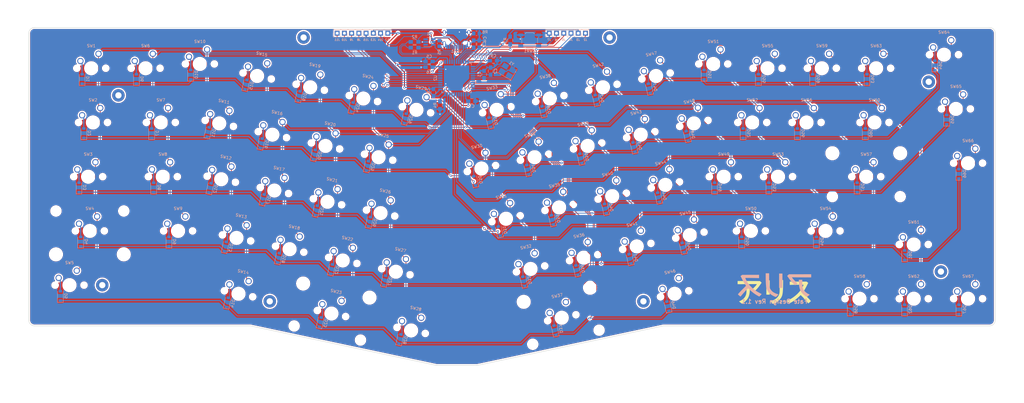
<source format=kicad_pcb>
(kicad_pcb (version 20211014) (generator pcbnew)
  (title_block (rev "1.1"))
  (layers (0 "F.Cu" signal) (31 "B.Cu" signal) (34 "B.Paste" user) (35 "F.Paste" user) (36 "B.SilkS" user "B.Silkscreen") (37 "F.SilkS" user "F.Silkscreen") (38 "B.Mask" user) (39 "F.Mask" user) (44 "Edge.Cuts" user))
  (net 0 "")
  (net 1 "GND")
  (net 2 "XTAL1")
  (net 3 "XTAL2")
  (net 4 "VCC")
  (net 5 "Net-(C4-Pad1)")
  (net 6 "Net-(D1-Pad2)")
  (net 7 "/row0")
  (net 8 "/row1")
  (net 9 "Net-(D2-Pad2)")
  (net 10 "Net-(D3-Pad2)")
  (net 11 "/row2")
  (net 12 "/row3")
  (net 13 "Net-(D4-Pad2)")
  (net 14 "Net-(D5-Pad2)")
  (net 15 "/row4")
  (net 16 "Net-(D6-Pad2)")
  (net 17 "Net-(D7-Pad2)")
  (net 18 "Net-(D8-Pad2)")
  (net 19 "Net-(D9-Pad2)")
  (net 20 "Net-(D10-Pad2)")
  (net 21 "Net-(D11-Pad2)")
  (net 22 "Net-(D12-Pad2)")
  (net 23 "Net-(D13-Pad2)")
  (net 24 "Net-(D14-Pad2)")
  (net 25 "Net-(D15-Pad2)")
  (net 26 "Net-(D16-Pad2)")
  (net 27 "Net-(D17-Pad2)")
  (net 28 "Net-(D18-Pad2)")
  (net 29 "Net-(D19-Pad2)")
  (net 30 "Net-(D20-Pad2)")
  (net 31 "Net-(D21-Pad2)")
  (net 32 "Net-(D22-Pad2)")
  (net 33 "Net-(D23-Pad2)")
  (net 34 "Net-(D24-Pad2)")
  (net 35 "Net-(D25-Pad2)")
  (net 36 "Net-(D26-Pad2)")
  (net 37 "Net-(D27-Pad2)")
  (net 38 "Net-(D28-Pad2)")
  (net 39 "Net-(D29-Pad2)")
  (net 40 "Net-(D30-Pad2)")
  (net 41 "Net-(D31-Pad2)")
  (net 42 "Net-(D32-Pad2)")
  (net 43 "Net-(D33-Pad2)")
  (net 44 "Net-(D34-Pad2)")
  (net 45 "Net-(D35-Pad2)")
  (net 46 "Net-(D36-Pad2)")
  (net 47 "Net-(D37-Pad2)")
  (net 48 "Net-(D38-Pad2)")
  (net 49 "Net-(D39-Pad2)")
  (net 50 "Net-(D40-Pad2)")
  (net 51 "Net-(D41-Pad2)")
  (net 52 "Net-(D42-Pad2)")
  (net 53 "Net-(D43-Pad2)")
  (net 54 "Net-(D44-Pad2)")
  (net 55 "Net-(D45-Pad2)")
  (net 56 "Net-(D46-Pad2)")
  (net 57 "Net-(D47-Pad2)")
  (net 58 "Net-(D48-Pad2)")
  (net 59 "Net-(D49-Pad2)")
  (net 60 "Net-(D50-Pad2)")
  (net 61 "Net-(D51-Pad2)")
  (net 62 "Net-(D52-Pad2)")
  (net 63 "Net-(D53-Pad2)")
  (net 64 "Net-(D54-Pad2)")
  (net 65 "Net-(D55-Pad2)")
  (net 66 "Net-(D56-Pad2)")
  (net 67 "Net-(D57-Pad2)")
  (net 68 "Net-(D58-Pad2)")
  (net 69 "Net-(D59-Pad2)")
  (net 70 "Net-(D60-Pad2)")
  (net 71 "Net-(D61-Pad2)")
  (net 72 "Net-(D62-Pad2)")
  (net 73 "Net-(D63-Pad2)")
  (net 74 "Net-(D64-Pad2)")
  (net 75 "Net-(D65-Pad2)")
  (net 76 "Net-(D66-Pad2)")
  (net 77 "Net-(D67-Pad2)")
  (net 78 "/MISO")
  (net 79 "/SCK")
  (net 80 "/MOSI")
  (net 81 "/~{RES}")
  (net 82 "/PF4")
  (net 83 "/PF5")
  (net 84 "/PF6")
  (net 85 "/PF7")
  (net 86 "D+")
  (net 87 "D-")
  (net 88 "Net-(R4-Pad1)")
  (net 89 "/col0")
  (net 90 "/col1")
  (net 91 "/col2")
  (net 92 "/col3")
  (net 93 "/col4")
  (net 94 "/col5")
  (net 95 "/col6")
  (net 96 "/col8")
  (net 97 "/col9")
  (net 98 "/col10")
  (net 99 "/col11")
  (net 100 "/col12")
  (net 101 "/col13")
  (net 102 "Net-(J13-Pad1)")
  (net 103 "Net-(J14-Pad1)")
  (net 108 "Net-(R5-Pad2)")
  (net 109 "Net-(R6-Pad2)")
  (footprint "MX_Switch:SW_Cherry_MX_1.00u_PCB" (layer "F.Cu") (at 122.880938 74.341971 -12)
    (fp_text reference "SW21")
    (fp_text value "SW_Push")
  )
  (footprint "MX_Switch:SW_Cherry_MX_1.00u_PCB" (layer "F.Cu") (at 109.60331 90.995312 -12)
    (fp_text reference "SW18")
    (fp_text value "SW_Push")
  )
  (footprint "MX_Switch:SW_Cherry_MX_1.00u_PCB" (layer "F.Cu") (at 141.514648 78.302698 -12)
    (fp_text reference "SW26")
    (fp_text value "SW_Push")
  )
  (footprint "MX_Switch:SW_Cherry_MX_1.00u_PCB" (layer "F.Cu") (at 227.441088 93.965196 12)
    (fp_text reference "SW41")
    (fp_text value "SW_Push")
  )
  (footprint "MX_Switch:SW_Cherry_MX_1.00u_PCB" (layer "F.Cu") (at 178.29165 45.985428 12)
    (fp_text reference "SW33")
    (fp_text value "SW_Push")
  )
  (footprint "MX_Switch:SW_Cherry_MX_1.00u_PCB" (layer "F.Cu") (at 196.925362 42.02471 12)
    (fp_text reference "SW38")
    (fp_text value "SW_Push")
  )
  (footprint "MX_Switch:SW_Cherry_MX_1.00u_PCB" (layer "F.Cu") (at 200.188255 80.282361 12)
    (fp_text reference "SW35")
    (fp_text value "SW_Push")
  )
  (footprint "MX_Switch:SW_Cherry_MX_2.00u_PCB_ReversedStabilizers" (layer "F.Cu") (at 114.959436 111.609368 -12)
    (fp_text reference "SW23")
    (fp_text value "SW_Push")
  )
  (footprint "MX_Switch:SW_Cherry_MX_1.00u_PCB" (layer "F.Cu") (at 140.816981 58.678804 -12)
    (fp_text reference "SW25")
    (fp_text value "SW_Push")
  )
  (footprint "MX_Switch:SW_Cherry_MX_1.00u_PCB" (layer "F.Cu") (at 278.775 67.295)
    (fp_text reference "SW53")
    (fp_text value "SW_Push")
  )
  (footprint "MX_Switch:SW_Cherry_MX_1.00u_PCB" (layer "F.Cu") (at 190.173665 101.886631 12)
    (fp_text reference "SW32")
    (fp_text value "SW_Push")
  )
  (footprint "MX_Switch:SW_Cherry_MX_1.00u_PCB" (layer "F.Cu") (at 269.735 48.245)
    (fp_text reference "SW52")
    (fp_text value "SW_Push")
  )
  (footprint "MX_Switch:SW_Cherry_MX_1.00u_PCB" (layer "F.Cu") (at 256.045 27.694615)
    (fp_text reference "SW51")
    (fp_text value "SW_Push")
  )
  (footprint "MX_Switch:SW_Cherry_MX_1.00u_PCB" (layer "F.Cu") (at 152.226866 119.530795 -12)
    (fp_text reference "SW28")
    (fp_text value "SW_Push")
  )
  (footprint "MX_Switch:SW_Cherry_MX_1.00u_PCB" (layer "F.Cu") (at 218.821967 76.321644 12)
    (fp_text reference "SW40")
    (fp_text value "SW_Push")
  )
  (footprint "MX_Switch:SW_Cherry_MX_1.00u_PCB" (layer "F.Cu") (at 122.183271 54.718077 -12)
    (fp_text reference "SW20")
    (fp_text value "SW_Push")
  )
  (footprint "MX_Switch:SW_Cherry_MX_1.00u_PCB" (layer "F.Cu") (at 116.82722 34.103999 -12)
    (fp_text reference "SW19")
    (fp_text value "SW_Push")
  )
  (footprint "MX_Switch:SW_Cherry_MX_1.00u_PCB" (layer "F.Cu") (at 269.250019 86.344998)
    (fp_text reference "SW50")
    (fp_text value "SW_Push")
  )
  (footprint "MX_Switch:SW_Cherry_MX_1.00u_PCB" (layer "F.Cu") (at 172.935423 66.599527 12)
    (fp_text reference "SW30")
    (fp_text value "SW_Push")
  )
  (footprint "MX_Switch:SW_Cherry_MX_1.50u_PCB" (layer "F.Cu") (at 236.060259 111.608708 12)
    (fp_text reference "SW46")
    (fp_text value "SW_Push")
  )
  (footprint "MX_Switch:SW_Cherry_MX_1.00u_PCB" (layer "F.Cu") (at 228.836558 54.717374 12)
    (fp_text reference "SW43")
    (fp_text value "SW_Push")
  )
  (footprint "MX_Switch:SW_Cherry_MX_1.00u_PCB" (layer "F.Cu") (at 259.725 67.295)
    (fp_text reference "SW49")
    (fp_text value "SW_Push")
  )
  (footprint "MX_Switch:SW_Cherry_MX_1.00u_PCB" (layer "F.Cu") (at 191.569134 62.638809 12)
    (fp_text reference "SW34")
    (fp_text value "SW_Push")
  )
  (footprint "MX_Switch:SW_Cherry_MX_1.00u_PCB" (layer "F.Cu") (at 247.47027 50.756656 12)
    (fp_text reference "SW48")
    (fp_text value "SW_Push")
  )
  (footprint "MX_Switch:SW_Cherry_MX_1.00u_PCB" (layer "F.Cu") (at 234.192785 34.103275 12)
    (fp_text reference "SW47")
    (fp_text value "SW_Push")
  )
  (footprint "MX_Switch:SW_Cherry_MX_1.00u_PCB" (layer "F.Cu") (at 246.0748 90.004478 12)
    (fp_text reference "SW45")
    (fp_text value "SW_Push")
  )
  (footprint "MX_Switch:SW_Cherry_MX_1.00u_PCB" (layer "F.Cu") (at 237.455679 72.360926 12)
    (fp_text reference "SW44")
    (fp_text value "SW_Push")
  )
  (footprint "MX_Switch:SW_Cherry_MX_1.00u_PCB" (layer "F.Cu") (at 135.460932 38.064717 -12)
    (fp_text reference "SW24")
    (fp_text value "SW_Push")
  )
  (footprint "MX_Switch:SW_Cherry_MX_1.00u_PCB" (layer "F.Cu") (at 128.237019 94.956039 -12)
    (fp_text reference "SW22")
    (fp_text value "SW_Push")
  )
  (footprint "MX_Switch:SW_Cherry_MX_1.00u_PCB" (layer "F.Cu") (at 215.559074 38.063993 12)
    (fp_text reference "SW42")
    (fp_text value "SW_Push")
  )
  (footprint "MX_Switch:SW_Cherry_MX_1.00u_PCB" (layer "F.Cu") (at 210.202846 58.678092 12)
    (fp_text reference "SW39")
    (fp_text value "SW_Push")
  )
  (footprint "MX_Switch:SW_Cherry_MX_1.00u_PCB" (layer "F.Cu") (at 181.554544 84.243079 12)
    (fp_text reference "SW31")
    (fp_text value "SW_Push")
  )
  (footprint "MX_Switch:SW_Cherry_MX_1.00u_PCB" (layer "F.Cu") (at 146.870729 98.916766 -12)
    (fp_text reference "SW27")
    (fp_text value "SW_Push")
  )
  (footprint "MX_Switch:SW_Cherry_MX_1.00u_PCB" (layer "F.Cu") (at 208.807377 97.925913 12)
    (fp_text reference "SW36")
    (fp_text value "SW_Push")
  )
  (footprint "MX_Switch:SW_Cherry_MX_1.00u_PCB" (layer "F.Cu") (at 154.094644 42.025434 -12)
    (fp_text reference "SW29")
    (fp_text value "SW_Push")
  )
  (footprint "MX_Switch:SW_Cherry_MX_1.00u_PCB" (layer "F.Cu") (at 85.613518 66.420517 -12)
    (fp_text reference "SW12")
    (fp_text value "SW_Push")
  )
  (footprint "MX_Switch:SW_Cherry_MX_1.00u_PCB" (layer "F.Cu") (at 84.915851 46.796624 -12)
    (fp_text reference "SW11")
    (fp_text value "SW_Push")
  )
  (footprint "MX_Switch:SW_Cherry_MX_1.00u_PCB" (layer "F.Cu") (at 75.915 27.694615)
    (fp_text reference "SW10")
    (fp_text value "SW_Push")
  )
  (footprint "MX_Switch:SW_Cherry_MX_1.00u_PCB" (layer "F.Cu") (at 62.225 48.245)
    (fp_text reference "SW7")
    (fp_text value "SW_Push")
  )
  (footprint "MX_Switch:SW_Cherry_MX_1.50u_PCB" (layer "F.Cu") (at 25.4225 105.395)
    (fp_text reference "SW5")
    (fp_text value "SW_Push")
  )
  (footprint "MX_Switch:SW_Cherry_MX_1.00u_PCB" (layer "F.Cu") (at 37.815 29.195)
    (fp_text reference "SW1")
    (fp_text value "SW_Push")
  )
  (footprint "MX_Switch:SW_Cherry_MX_1.00u_PCB" (layer "F.Cu") (at 62.925 67.295)
    (fp_text reference "SW8")
    (fp_text value "SW_Push")
  )
  (footprint "MX_Switch:SW_Cherry_MX_1.75u_PCB" (layer "F.Cu") (at 29.5875 67.295)
    (fp_text reference "SW3")
    (fp_text value "SW_Push")
  )
  (footprint "MX_Switch:SW_Cherry_MX_1.00u_PCB" (layer "F.Cu") (at 56.865 29.195)
    (fp_text reference "SW6")
    (fp_text value "SW_Push")
  )
  (footprint "MX_Switch:SW_Cherry_MX_1.00u_PCB" (layer "F.Cu") (at 104.247228 70.381244 -12)
    (fp_text reference "SW17")
    (fp_text value "SW_Push")
  )
  (footprint "MX_Switch:SW_Cherry_MX_1.00u_PCB" (layer "F.Cu") (at 103.549561 50.75735 -12)
    (fp_text reference "SW16")
    (fp_text value "SW_Push")
  )
  (footprint "MX_Switch:SW_Cherry_MX_1.50u_PCB" (layer "F.Cu") (at 87.008873 105.668295 -12)
    (fp_text reference "SW14")
    (fp_text value "SW_Push")
  )
  (footprint "MX_Switch:SW_Cherry_MX_1.00u_PCB" (layer "F.Cu") (at 68.275 86.345)
    (fp_text reference "SW9")
    (fp_text value "SW_Push")
  )
  (footprint "MX_Switch:SW_Cherry_MX_1.50u_PCB" (layer "F.Cu") (at 33.6525 48.245)
    (fp_text reference "SW2")
    (fp_text value "SW_Push")
  )
  (footprint "MX_Switch:SW_Cherry_MX_1.00u_PCB" (layer "F.Cu") (at 90.9696 87.034586 -12)
    (fp_text reference "SW13")
    (fp_text value "SW_Push")
  )
  (footprint "MX_Switch:SW_Cherry_MX_1.00u_PCB" (layer "F.Cu") (at 341.18 43.482516)
    (fp_text reference "SW65")
    (fp_text value "SW_Push")
  )
  (footprint "MX_Switch:SW_Cherry_MX_1.00u_PCB" (layer "F.Cu") (at 288.785 48.245)
    (fp_text reference "SW56")
    (fp_text value "SW_Push")
  )
  (footprint "MX_Switch:SW_Cherry_MX_1.00u_PCB" (layer "F.Cu") (at 345.449949 62.532519)
    (fp_text reference "SW66")
    (fp_text value "SW_Push")
  )
  (footprint "MX_Switch:SW_Cherry_MX_2.25u_PCB_ReversedStabilizers" (layer "F.Cu") (at 297.825 67.295)
    (fp_text reference "SW57")
    (fp_text value "SW_Push")
  )
  (footprint "MX_Switch:SW_Cherry_MX_1.00u_PCB" (layer "F.Cu") (at 313.195 29.195)
    (fp_text reference "SW63")
    (fp_text value "SW_Push")
  )
  (footprint "MX_Switch:SW_Cherry_MX_1.00u_PCB" (layer "F.Cu") (at 345.449949 110.157503)
    (fp_text reference "SW67")
    (fp_text value "SW_Push")
  )
  (footprint "MX_Switch:SW_Cherry_MX_1.00u_PCB" (layer "F.Cu") (at 337.007542 24.432509)
    (fp_text reference "SW64")
    (fp_text value "SW_Push")
  )
  (footprint "MX_Switch:SW_Cherry_MX_1.50u_PCB" (layer "F.Cu") (at 307.8425 48.245)
    (fp_text reference "SW60")
    (fp_text value "SW_Push")
  )
  (footprint "MX_Switch:SW_Cherry_MX_1.00u_PCB" (layer "F.Cu") (at 275.095 29.195)
    (fp_text reference "SW55")
    (fp_text value "SW_Push")
  )
  (footprint "MX_Switch:SW_Cherry_MX_1.75u_PCB" (layer "F.Cu") (at 288.300019 86.344998)
    (fp_text reference "SW54")
    (fp_text value "SW_Push")
  )
  (footprint "MX_Switch:SW_Cherry_MX_1.00u_PCB" (layer "F.Cu") (at 294.145 29.195)
    (fp_text reference "SW59")
    (fp_text value "SW_Push")
  )
  (footprint "MX_Switch:SW_Cherry_MX_1.00u_PCB" (layer "F.Cu") (at 307.349949 110.157503)
    (fp_text reference "SW58")
    (fp_text value "SW_Push")
  )
  (footprint "MX_Switch:SW_Cherry_MX_1.00u_PCB" (layer "F.Cu") (at 326.399949 91.107503)
    (fp_text reference "SW61")
    (fp_text value "SW_Push")
  )
  (footprint "MX_Switch:SW_Cherry_MX_1.00u_PCB" (layer "F.Cu") (at 326.399949 110.157503)
    (fp_text reference "SW62")
    (fp_text value "SW_Push")
  )
  (footprint "MX_Switch:SW_Cherry_MX_2.25u_PCB" (layer "F.Cu") (at 25.4125 86.345)
    (fp_text reference "SW4")
    (fp_text value "SW_Push")
  )
  (footprint "MX_Switch:SW_Cherry_MX_1.00u_PCB" (layer "F.Cu") (at 98.193509 30.143281 -12)
    (fp_text reference "SW15")
    (fp_text value "SW_Push")
  )
  (footprint "MX_Switch:SW_Cherry_MX_2.75u_PCB_ReversedStabilizers" (layer "F.Cu") (at 184.817553 122.500669 12)
    (fp_text reference "SW37")
    (fp_text value "SW_Push")
  )
  (footprint "arisu:arisu-logo" (layer "F.Cu") (at 287.02 117.301251)
    (fp_text reference "G***" hide)
    (fp_text value "LOGO" hide)
  )
  (footprint "Mounting_Holes:MountingHole_2.2mm_M2_Pad" (layer "F.Cu") (at 51.1975 114.92)
    (fp_text reference "H2")
    (fp_text value "MountingHole")
  )
  (footprint "Mounting_Holes:MountingHole_2.2mm_M2_Pad" (layer "F.Cu") (at 121.82722 27.932509)
    (fp_text reference "H3")
    (fp_text value "MountingHole")
  )
  (footprint "Mounting_Holes:MountingHole_2.2mm_M2_Pad" (layer "F.Cu") (at 229.192785 27.932509)
    (fp_text reference "H5")
    (fp_text value "MountingHole")
  )
  (footprint "Mounting_Holes:MountingHole_2.2mm_M2_Pad" (layer "F.Cu") (at 241.060266 120.60872)
    (fp_text reference "H6")
    (fp_text value "MountingHole")
  )
  (footprint "Mounting_Holes:MountingHole_2.2mm_M2_Pad" (layer "F.Cu") (at 341.18 43.482516)
    (fp_text reference "H7")
    (fp_text value "MountingHole")
  )
  (footprint "Mounting_Holes:MountingHole_2.2mm_M2_Pad" (layer "F.Cu") (at 345.449949 110.157503)
    (fp_text reference "H8")
    (fp_text value "MountingHole")
  )
  (footprint "Mounting_Holes:MountingHole_2.2mm_M2_Pad" (layer "F.Cu") (at 56.865 48.245)
    (fp_text reference "H1" hide)
    (fp_text value "MountingHole")
  )
  (footprint "Mounting_Holes:MountingHole_2.2mm_M2_Pad" (layer "F.Cu") (at 109.959436 120.609368)
    (fp_text reference "H4")
    (fp_text value "MountingHole")
  )
  (footprint "Diodes_SMD:D_SOD-123" (layer "B.Cu") (at 36.485 118.695 90)
    (fp_text reference "D5")
    (fp_text value "D")
  )
  (footprint "Diodes_SMD:D_SOD-123" (layer "B.Cu") (at 43.03125 80.595 90)
    (fp_text reference "D3")
    (fp_text value "D")
  )
  (footprint "Diodes_SMD:D_SOD-123" (layer "B.Cu") (at 44.715 61.545 90)
    (fp_text reference "D2")
    (fp_text value "D")
  )
  (footprint "Capacitors_SMD:C_0805_HandSoldering" (layer "B.Cu") (at 183.5 30.226 90)
    (fp_text reference "C3")
    (fp_text value "10uF")
  )
  (footprint "Capacitors_SMD:C_0805_HandSoldering" (layer "B.Cu") (at 180.848 50.292)
    (fp_text reference "C7")
    (fp_text value "0.1uF")
  )
  (footprint "Diodes_SMD:D_SOD-123" (layer "B.Cu") (at 63.165 42.495 90)
    (fp_text reference "D6")
    (fp_text value "D")
  )
  (footprint "Capacitors_SMD:C_0805_HandSoldering" (layer "B.Cu") (at 167.386 47.244 90)
    (fp_text reference "C8")
    (fp_text value "0.1uF")
  )
  (footprint "Diodes_SMD:D_SOD-123" (layer "B.Cu") (at 69.225 80.595 90)
    (fp_text reference "D8")
    (fp_text value "D")
  )
  (footprint "Diodes_SMD:D_SOD-123" (layer "B.Cu") (at 68.525 61.545 90)
    (fp_text reference "D7")
    (fp_text value "D")
  )
  (footprint "Diodes_SMD:D_SOD-123" (layer "B.Cu") (at 43.61875 99.645 90)
    (fp_text reference "D4")
    (fp_text value "D")
  )
  (footprint "Capacitors_SMD:C_0805_HandSoldering" (layer "B.Cu") (at 165.882 38.354 180)
    (fp_text reference "C6")
    (fp_text value "0.1uF")
  )
  (footprint "Capacitors_SMD:C_0805_HandSoldering" (layer "B.Cu") (at 181.5 30.226 90)
    (fp_text reference "C4")
    (fp_text value "1uF (±10%)")
  )
  (footprint "Diodes_SMD:D_SOD-123" (layer "B.Cu") (at 120.22722 48.423999 78)
    (fp_text reference "D19")
    (fp_text value "D")
  )
  (footprint "Diodes_SMD:D_SOD-123" (layer "B.Cu") (at 127.676293 127.909749 78)
    (fp_text reference "D23")
    (fp_text value "D")
  )
  (footprint "Diodes_SMD:D_SOD-123" (layer "B.Cu") (at 131.637019 109.276039 78)
    (fp_text reference "D22")
    (fp_text value "D")
  )
  (footprint "Diodes_SMD:D_SOD-123" (layer "B.Cu") (at 88.315851 61.116624 78)
    (fp_text reference "D11")
    (fp_text value "D")
  )
  (footprint "Diodes_SMD:D_SOD-123" (layer "B.Cu") (at 82.215 40.994615 90)
    (fp_text reference "D10")
    (fp_text value "D")
  )
  (footprint "Diodes_SMD:D_SOD-123" (layer "B.Cu") (at 150.270729 113.236766 78)
    (fp_text reference "D27")
    (fp_text value "D")
  )
  (footprint "Diodes_SMD:D_SOD-123" (layer "B.Cu") (at 125.583271 69.038077 78)
    (fp_text reference "D20")
    (fp_text value "D")
  )
  (footprint "Diodes_SMD:D_SOD-123" (layer "B.Cu") (at 94.3696 101.354586 78)
    (fp_text reference "D13")
    (fp_text value "D")
  )
  (footprint "Diodes_SMD:D_SOD-123" (layer "B.Cu") (at 107.647228 84.701244 78)
    (fp_text reference "D17")
    (fp_text value "D")
  )
  (footprint "Diodes_SMD:D_SOD-123" (layer "B.Cu") (at 95.067301 120.978474 78)
    (fp_text reference "D14")
    (fp_text value "D")
  )
  (footprint "Diodes_SMD:D_SOD-123" (layer "B.Cu") (at 144.216981 72.998804 78)
    (fp_text reference "D25")
    (fp_text value "D")
  )
  (footprint "Diodes_SMD:D_SOD-123" (layer "B.Cu") (at 89.013518 80.740517 78)
    (fp_text reference "D12")
    (fp_text value "D")
  )
  (footprint "Diodes_SMD:D_SOD-123" (layer "B.Cu") (at 138.860932 52.384717 78)
    (fp_text reference "D24")
    (fp_text value "D")
  )
  (footprint "Diodes_SMD:D_SOD-123" (layer "B.Cu") (at 126.280938 88.661971 78)
    (fp_text reference "D21")
    (fp_text value "D")
  )
  (footprint "Diodes_SMD:D_SOD-123" (layer "B.Cu") (at 106.949561 65.07735 78)
    (fp_text reference "D16")
    (fp_text value "D")
  )
  (footprint "Diodes_SMD:D_SOD-123" (layer "B.Cu") (at 113.00331 105.315312 78)
    (fp_text reference "D18")
    (fp_text value "D")
  )
  (footprint "Diodes_SMD:D_SOD-123" (layer "B.Cu") (at 144.914648 92.622698 78)
    (fp_text reference "D26")
    (fp_text value "D")
  )
  (footprint "Diodes_SMD:D_SOD-123" (layer "B.Cu") (at 332.699949 104.407503 90)
    (fp_text reference "D61")
    (fp_text value "D")
  )
  (footprint "Diodes_SMD:D_SOD-123" (layer "B.Cu") (at 281.395 42.495 90)
    (fp_text reference "D55")
    (fp_text value "D")
  )
  (footprint "Diodes_SMD:D_SOD-123" (layer "B.Cu") (at 237.764558 66.417374 102)
    (fp_text reference "D43")
    (fp_text value "D")
  )
  (footprint "Diodes_SMD:D_SOD-123" (layer "B.Cu") (at 301.743769 99.644998 90)
    (fp_text reference "D54")
    (fp_text value "D")
  )
  (footprint "Diodes_SMD:D_SOD-123" (layer "B.Cu") (at 276.035 61.545 90)
    (fp_text reference "D52")
    (fp_text value "D")
  )
  (footprint "Diodes_SMD:D_SOD-123" (layer "B.Cu") (at 262.345 40.994615 90)
    (fp_text reference "D51")
    (fp_text value "D")
  )
  (footprint "Diodes_SMD:D_SOD-123" (layer "B.Cu") (at 190.482544 95.943079 102)
    (fp_text reference "D31")
    (fp_text value "D")
  )
  (footprint "Diodes_SMD:D_SOD-123" (layer "B.Cu") (at 249.646702 122.318526 102)
    (fp_text reference "D46")
    (fp_text value "D")
  )
  (footprint "Diodes_SMD:D_SOD-123" (layer "B.Cu") (at 227.749967 88.021644 102)
    (fp_text reference "D40")
    (fp_text value "D")
  )
  (footprint "Diodes_SMD:D_SOD-123" (layer "B.Cu") (at 155.626866 133.850795 78)
    (fp_text reference "D28")
    (fp_text value "D")
  )
  (footprint "Diodes_SMD:D_SOD-123" (layer "B.Cu") (at 243.120785 45.803275 102)
    (fp_text reference "D47")
    (fp_text value "D")
  )
  (footprint "Diodes_SMD:D_SOD-123" (layer "B.Cu") (at 157.494644 56.345434 78)
    (fp_text reference "D29")
    (fp_text value "D")
  )
  (footprint "Diodes_SMD:D_SOD-123" (layer "B.Cu") (at 246.383679 84.060926 102)
    (fp_text reference "D44")
    (fp_text value "D")
  )
  (footprint "Diodes_SMD:D_SOD-123" (layer "B.Cu") (at 181.863423 78.299527 102)
    (fp_text reference "D30")
    (fp_text value "D")
  )
  (footprint "Diodes_SMD:D_SOD-123" (layer "B.Cu") (at 318.905 61.545 90)
    (fp_text reference "D60")
    (fp_text value "D")
  )
  (footprint "Diodes_SMD:D_SOD-123" (layer "B.Cu") (at 300.445 42.495 90)
    (fp_text reference "D59")
    (fp_text value "D")
  )
  (footprint "Diodes_SMD:D_SOD-123" (layer "B.Cu") (at 295.085 61.545 90)
    (fp_text reference "D56")
    (fp_text value "D")
  )
  (footprint "Diodes_SMD:D_SOD-123" (layer "B.Cu") (at 200.497134 74.338809 102)
    (fp_text reference "D34")
    (fp_text value "D")
  )
  (footprint "Diodes_SMD:D_SOD-123" (layer "B.Cu") (at 219.130846 70.378092 102)
    (fp_text reference "D39")
    (fp_text value "D")
  )
  (footprint "Diodes_SMD:D_SOD-123" (layer "B.Cu") (at 187.21965 57.685428 102)
    (fp_text reference "D33")
    (fp_text value "D")
  )
  (footprint "Diodes_SMD:D_SOD-123" (layer "B.Cu") (at 313.649949 123.457503 90)
    (fp_text reference "D58")
    (fp_text value "D")
  )
  (footprint "Diodes_SMD:D_SOD-123" (layer "B.Cu") (at 316.03125 80.595 90)
    (fp_text reference "D57")
    (fp_text value "D")
  )
  (footprint "Diodes_SMD:D_SOD-123" (layer "B.Cu") (at 236.369088 105.665196 102)
    (fp_text reference "D41")
    (fp_text value "D")
  )
  (footprint "Diodes_SMD:D_SOD-123" (layer "B.Cu") (at 285.075 80.595 90)
    (fp_text reference "D53")
    (fp_text value "D")
  )
  (footprint "Diodes_SMD:D_SOD-123" (layer "B.Cu") (at 256.39827 62.456656 102)
    (fp_text reference "D48")
    (fp_text value "D")
  )
  (footprint "Diodes_SMD:D_SOD-123" (layer "B.Cu") (at 210.050066 130.735038 102)
    (fp_text reference "D37")
    (fp_text value "D")
  )
  (footprint "Diodes_SMD:D_SOD-123" (layer "B.Cu") (at 205.853362 53.72471 102)
    (fp_text reference "D38")
    (fp_text value "D")
  )
  (footprint "Diodes_SMD:D_SOD-123" (layer "B.Cu") (at 266.025 80.595 90)
    (fp_text reference "D49")
    (fp_text value "D")
  )
  (footprint "Diodes_SMD:D_SOD-123" (layer "B.Cu") (at 224.487074 49.763993 102)
    (fp_text reference "D42")
    (fp_text value "D")
  )
  (footprint "Diodes_SMD:D_SOD-123" (layer "B.Cu") (at 209.116255 91.982361 102)
    (fp_text reference "D35")
    (fp_text value "D")
  )
  (footprint "Diodes_SMD:D_SOD-123" (layer "B.Cu") (at 217.735377 109.625913 102)
    (fp_text reference "D36")
    (fp_text value "D")
  )
  (footprint "Diodes_SMD:D_SOD-123" (layer "B.Cu") (at 319.495 42.495 90)
    (fp_text reference "D63")
    (fp_text value "D")
  )
  (footprint "Diodes_SMD:D_SOD-123" (layer "B.Cu") (at 275.550019 99.644998 90)
    (fp_text reference "D50")
    (fp_text value "D")
  )
  (footprint "Diodes_SMD:D_SOD-123" (layer "B.Cu") (at 332.699949 123.457503 90)
    (fp_text reference "D62")
    (fp_text value "D")
  )
  (footprint "Diodes_SMD:D_SOD-123" (layer "B.Cu") (at 347.48 56.782516 90)
    (fp_text reference "D65")
    (fp_text value "D")
  )
  (footprint "Pin_Headers:Pin_Header_Straight_1x01_Pitch2.54mm" (layer "B.Cu") (at 220.726 26.416)
    (fp_text reference "J2")
    (fp_text value "MISO")
  )
  (footprint "Pin_Headers:Pin_Header_Straight_1x01_Pitch2.54mm" (layer "B.Cu") (at 213.106 26.416)
    (fp_text reference "J5")
    (fp_text value "MOSI")
  )
  (footprint "Pin_Headers:Pin_Header_Straight_1x01_Pitch2.54mm" (layer "B.Cu") (at 208.026 26.416)
    (fp_text reference "J7")
    (fp_text value "GND")
  )
  (footprint "Diodes_SMD:D_SOD-123" (layer "B.Cu") (at 351.749949 123.457503 90)
    (fp_text reference "D67")
    (fp_text value "D")
  )
  (footprint "Diodes_SMD:D_SOD-123" (layer "B.Cu") (at 343.307542 37.732509 90)
    (fp_text reference "D64")
    (fp_text value "D")
  )
  (footprint "Diodes_SMD:D_SOD-123" (layer "B.Cu") (at 351.749949 75.832519 90)
    (fp_text reference "D66")
    (fp_text value "D")
  )
  (footprint "Resistors_SMD:R_0805_HandSoldering" (layer "B.Cu") (at 169.672 51.736 -90)
    (fp_text reference "R4")
    (fp_text value "10K")
  )
  (footprint "Pin_Headers:Pin_Header_Straight_1x01_Pitch2.54mm" (layer "B.Cu") (at 218.186 26.416)
    (fp_text reference "J3")
    (fp_text value "VCC")
  )
  (footprint "Buttons_Switches_SMD:SW_SPST_TL3342" (layer "B.Cu") (at 201.168 28.956 180)
    (fp_text reference "SWR1")
    (fp_text value "SW_Push")
  )
  (footprint "Diodes_SMD:D_SOD-123" (layer "B.Cu") (at 101.593509 44.463281 78)
    (fp_text reference "D15")
    (fp_text value "D")
  )
  (footprint "Housings_QFP:TQFP-44_10x10mm_Pitch0.8mm" (layer "B.Cu") (at 175.514 42.164 -90)
    (fp_text reference "U2")
    (fp_text value "ATmega32U4-AU")
  )
  (footprint "Capacitors_SMD:C_0805_HandSoldering" (layer "B.Cu") (at 185.166 40.894 -90)
    (fp_text reference "C1")
    (fp_text value "22pF")
  )
  (footprint "Pin_Headers:Pin_Header_Straight_1x01_Pitch2.54mm" (layer "B.Cu") (at 210.566 26.416)
    (fp_text reference "J6")
    (fp_text value "RES")
  )
  (footprint "Pin_Headers:Pin_Header_Straight_1x01_Pitch2.54mm" (layer "B.Cu") (at 215.646 26.416)
    (fp_text reference "J4")
    (fp_text value "SCK")
  )
  (footprint "TO_SOT_Packages_SMD:SOT-23-6_Handsoldering" (layer "B.Cu") (at 166 29.5)
    (fp_text reference "U1")
    (fp_text value "USBLC6-2SC6")
  )
  (footprint "Pin_Headers:Pin_Header_Straight_1x01_Pitch2.54mm" (layer "B.Cu") (at 141.224 26.416)
    (fp_text reference "J8")
    (fp_text value "PF4")
  )
  (footprint "Pin_Headers:Pin_Header_Straight_1x01_Pitch2.54mm" (layer "B.Cu") (at 136.144 26.416)
    (fp_text reference "J10")
    (fp_text value "PF6")
  )
  (footprint "Pin_Headers:Pin_Header_Straight_1x01_Pitch2.54mm" (layer "B.Cu") (at 133.604 26.416)
    (fp_text reference "J11")
    (fp_text value "PF7")
  )
  (footprint "Pin_Headers:Pin_Header_Straight_1x01_Pitch2.54mm" (layer "B.Cu") (at 138.684 26.416)
    (fp_text reference "J9")
    (fp_text value "PF5")
  )
  (footprint "Pin_Headers:Pin_Header_Straight_1x01_Pitch2.54mm" (layer "B.Cu") (at 151.384 26.416)
    (fp_text reference "J12")
    (fp_text value "VCC")
  )
  (footprint "Pin_Headers:Pin_Header_Straight_1x01_Pitch2.54mm" (layer "B.Cu") (at 146.304 26.416)
    (fp_text reference "J13")
    (fp_text value "D+")
  )
  (footprint "Pin_Headers:Pin_Header_Straight_1x01_Pitch2.54mm" (layer "B.Cu") (at 148.844 26.416)
    (fp_text reference "J14")
    (fp_text value "D-")
  )
  (footprint "Pin_Headers:Pin_Header_Straight_1x01_Pitch2.54mm" (layer "B.Cu") (at 143.764 26.416)
    (fp_text reference "J15")
    (fp_text value "GND")
  )
  (footprint "Capacitors_SMD:C_0805_HandSoldering" (layer "B.Cu") (at 165.882 36.322 180)
    (fp_text reference "C5")
    (fp_text value "1uF")
  )
  (footprint "Resistors_SMD:R_0805_HandSoldering" (layer "B.Cu") (at 194.31 28.956 -90)
    (fp_text reference "R3")
    (fp_text value "10K")
  )
  (footprint "Resistors_SMD:R_0805_HandSoldering" (layer "B.Cu") (at 160.782 29.464)
    (fp_text reference "R2")
    (fp_text value "22")
  )
  (footprint "Diodes_SMD:D_SOD-123" (layer "B.Cu") (at 74.575 99.645 90)
    (fp_text reference "D9")
    (fp_text value "D")
  )
  (footprint "Resistors_SMD:R_0805_HandSoldering" (layer "B.Cu") (at 160.782 31.496)
    (fp_text reference "R1")
    (fp_text value "22")
  )
  (footprint "Diodes_SMD:D_SOD-123" (layer "B.Cu") (at 44.115 42.495 90)
    (fp_text reference "D1")
    (fp_text value "D")
  )
  (footprint "Diodes_SMD:D_SOD-123" (layer "B.Cu") (at 199.101665 113.586631 102)
    (fp_text reference "D32")
    (fp_text value "D")
  )
  (footprint "Diodes_SMD:D_SOD-123" (layer "B.Cu") (at 255.0028 101.704478 102)
    (fp_text reference "D45")
    (fp_text value "D")
  )
  (footprint "Capacitors_SMD:C_0805_HandSoldering" (layer "B.Cu") (at 188.448 36.068)
    (fp_text reference "C9")
    (fp_text value "0.1uF")
  )
  (footprint "Capacitors_SMD:C_0805_HandSoldering" (layer "B.Cu") (at 187.452 39.751 90)
    (fp_text reference "C2")
    (fp_text value "22pF")
  )
  (footprint "Crystals:Crystal_SMD_SeikoEpson_FA238-4pin_3.2x2.5mm_HandSoldering" (layer "B.Cu") (at 193.294 39.624 150)
    (fp_text reference "Y1")
    (fp_text value "Crystal_GND24")
  )
  (footprint "arisu:arisu-logo" (layer "B.Cu") (at 287.02 114.919998 180)
    (fp_text reference "G***" hide)
    (fp_text value "LOGO" hide)
  )
  (footprint "Resistor_SMD:R_0805_2012Metric_Pad1.20x1.40mm_HandSolder" (layer "B.Cu") (at 182.5 26.5 180)
    (fp_text reference "R6")
    (fp_text value "5.1k")
  )
  (footprint "Resistor_SMD:R_0805_2012Metric_Pad1.20x1.40mm_HandSolder" (layer "B.Cu") (at 169.5 30 -90)
    (fp_text reference "R5")
    (fp_text value "5.1k")
  )
  (footprint "Type-C:HRO-TYPE-C-31-M-12" (layer "B.Cu") (at 175.5 23.5)
    (fp_text reference "USB1")
    (fp_text value "HRO-TYPE-C-31-M-12")
  )
  (gr_line (start 168.6 143.125232) (end 182.63 143.125232) (layer "Edge.Cuts") (width 0.15))
  (gr_line (start 182.63 143.125232) (end 248.11 129.207503) (layer "Edge.Cuts") (width 0.15))
  (gr_arc (start 25.4125 26.432509) (mid 25.998286 25.018295) (end 27.4125 24.432509) (layer "Edge.Cuts") (width 0.15))
  (gr_arc (start 362.499949 24.432509) (mid 363.914163 25.018295) (end 364.499949 26.432509) (layer "Edge.Cuts") (width 0.15))
  (gr_arc (start 364.499949 127.207503) (mid 363.914163 128.621717) (end 362.499949 129.207503) (layer "Edge.Cuts") (width 0.15))
  (gr_line (start 248.11 129.207503) (end 362.499949 129.207503) (layer "Edge.Cuts") (width 0.15))
  (gr_line (start 27.4125 129.207503) (end 103.1267 129.207503) (layer "Edge.Cuts") (width 0.15))
  (gr_line (start 25.4125 26.432509) (end 25.4125 127.207503) (layer "Edge.Cuts") (width 0.15))
  (gr_line (start 364.499949 26.432509) (end 364.499949 127.207503) (layer "Edge.Cuts") (width 0.15))
  (gr_line (start 27.4125 24.432509) (end 362.499949 24.432509) (layer "Edge.Cuts") (width 0.15))
  (gr_line (start 103.1267 129.207503) (end 168.6 143.125232) (layer "Edge.Cuts") (width 0.15))
  (gr_arc (start 27.4125 129.207503) (mid 25.998286 128.621717) (end 25.4125 127.207503) (layer "Edge.Cuts") (width 0.15))
  (gr_text "Fate Design Rev 1.1" (at 287.02 120.65) (layer "B.SilkS") (effects (font (size 1.5 1.5) (thickness 0.3)) (justify mirror)))
  (segment (start 163.5 29.5) (end 164.287011 30.287011) (width 0.375) (layer "F.Cu") (net 1))
  (segment (start 171.18 30.28) (end 171.18 38.592) (width 0.375) (layer "F.Cu") (net 1))
  (segment (start 176.5 26) (end 179.82 29.32) (width 0.375) (layer "F.Cu") (net 1))
  (segment (start 164.287011 30.287011) (end 171.172989 30.287011) (width 0.375) (layer "F.Cu") (net 1))
  (segment (start 179.82 29.32) (end 179.82 30.28) (width 0.375) (layer "F.Cu") (net 1))
  (segment (start 171.172989 30.287011) (end 171.18 30.28) (width 0.375) (layer "F.Cu") (net 1))
  (segment (start 171.18 38.592) (end 171.704 39.116) (width 0.375) (layer "F.Cu") (net 1))
  (via (at 171.704 44.196) (size 0.8) (drill 0.4) (layers "F.Cu" "B.Cu") (net 1))
  (via (at 163.068 36.322) (size 0.8) (drill 0.4) (layers "F.Cu" "B.Cu") (net 1))
  (via (at 163.068 38.354) (size 0.8) (drill 0.4) (layers "F.Cu" "B.Cu") (net 1))
  (via (at 183.134 40.386) (size 0.8) (drill 0.4) (layers "F.Cu" "B.Cu") (net 1))
  (via (at 169.672 54.864) (size 0.8) (drill 0.4) (layers "F.Cu" "B.Cu") (net 1))
  (via (at 163.5 29.5) (size 0.8) (drill 0.4) (layers "F.Cu" "B.Cu") (net 1))
  (via (at 197.866 28.448) (size 0.8) (drill 0.4) (layers "F.Cu" "B.Cu") (net 1))
  (via (at 171.704 39.116) (size 0.8) (drill 0.4) (layers "F.Cu" "B.Cu") (net 1))
  (via (at 183.642 50.292) (size 0.8) (drill 0.4) (layers "F.Cu" "B.Cu") (net 1))
  (via (at 191.008 34.798) (size 0.8) (drill 0.4) (layers "F.Cu" "B.Cu") (net 1))
  (via (at 176.5 26) (size 0.8) (drill 0.4) (layers "F.Cu" "B.Cu") (net 1))
  (segment (start 193.097034 36.254439) (end 191.837561 36.254439) (width 0.375) (layer "B.Cu") (net 1))
  (segment (start 173.884 39.116) (end 171.704 39.116) (width 0.375) (layer "B.Cu") (net 1))
  (segment (start 189.615 37.338) (end 190.754 37.338) (width 0.375) (layer "B.Cu") (net 1))
  (segment (start 187.452 38.501) (end 188.452 38.501) (width 0.375) (layer "B.Cu") (net 1))
  (segment (start 182.098 49.798) (end 182.098 50.292) (width 0.375) (layer "B.Cu") (net 1))
  (segment (start 198.018 27.056) (end 198.018 28.296) (width 0.375) (layer "B.Cu") (net 1))
  (segment (start 195.099737 39.396372) (end 195.099737 38.257142) (width 0.375) (layer "B.Cu") (net 1))
  (segment (start 170.939 45.364) (end 171.704 44.599) (width 0.375) (layer "B.Cu") (net 1))
  (segment (start 171.704 44.599) (end 171.704 44.196) (width 0.375) (layer "B.Cu") (net 1))
  (segment (start 169.5 29) (end 169.9 29) (width 0.375) (layer "B.Cu") (net 1))
  (segment (start 167.386 45.994) (end 168.016 45.364) (width 0.375) (layer "B.Cu") (net 1))
  (segment (start 180.164 47.864) (end 182.098 49.798) (width 0.375) (layer "B.Cu") (net 1))
  (segment (start 193.450035 39.396372) (end 192.994779 39.851628) (width 0.375) (layer "B.Cu") (net 1))
  (segment (start 178.725 31.195) (end 178.905 31.195) (width 0.375) (layer "B.Cu") (net 1))
  (segment (start 169.814 45.364) (end 170.939 45.364) (width 0.375) (layer "B.Cu") (net 1))
  (segment (start 198.018 28.296) (end 197.866 28.448) (width 0.375) (layer "B.Cu") (net 1))
  (segment (start 174.714 36.464) (end 174.714 38.286) (width 0.375) (layer "B.Cu") (net 1))
  (segment (start 183.876 39.644) (end 183.134 40.386) (width 0.375) (layer "B.Cu") (net 1))
  (segment (start 185.166 39.644) (end 183.876 39.644) (width 0.375) (layer "B.Cu") (net 1))
  (segment (start 169.672 53.086) (end 169.672 54.864) (width 0.375) (layer "B.Cu") (net 1))
  (segment (start 174.714 35.541498) (end 174.714 36.464) (width 0.375) (layer "B.Cu") (net 1))
  (segment (start 178.905 31.195) (end 179.82 30.28) (width 0.375) (layer "B.Cu") (net 1))
  (segment (start 172.275 31.195) (end 172.095 31.195) (width 0.375) (layer "B.Cu") (net 1))
  (segment (start 174.714 38.286) (end 173.884 39.116) (width 0.375) (layer "B.Cu") (net 1))
  (segment (start 181.5 28.976) (end 183.5 28.976) (width 0.375) (layer "B.Cu") (net 1))
  (segment (start 187.452 38.501) (end 186.309 38.501) (width 0.375) (layer "B.Cu") (net 1))
  (segment (start 189.738 36.068) (end 191.008 34.798) (width 0.375) (layer "B.Cu") (net 1))
  (segment (start 195.099737 39.396372) (end 193.450035 39.396372) (width 0.375) (layer "B.Cu") (net 1))
  (segment (start 179.514 47.864) (end 180.164 47.864) (width 0.375) (layer "B.Cu") (net 1))
  (segment (start 182.956 40.564) (end 183.134 40.386) (width 0.375) (layer "B.Cu") (net 1))
  (segment (start 191.837561 36.254439) (end 190.754 37.338) (width 0.375) (layer "B.Cu") (net 1))
  (segment (start 189.698 36.068) (end 189.738 36.068) (width 0.375) (layer "B.Cu") (net 1))
  (segment (start 181.214 40.564) (end 173.152 40.564) (width 0.375) (layer "B.Cu") (net 1))
  (segment (start 173.152 40.564) (end 171.704 39.116) (width 0.375) (layer "B.Cu") (net 1))
  (segment (start 164.632 36.322) (end 163.068 36.322) (width 0.375) (layer "B.Cu") (net 1))
  (segment (start 179.82 26.1) (end 176.6 26.1) (width 0.375) (layer "B.Cu") (net 1))
  (segment (start 188.452 38.501) (end 189.615 37.338) (width 0.375) (layer "B.Cu") (net 1))
  (segment (start 169.814 38.964) (end 171.552 38.964) (width 0.375) (layer "B.Cu") (net 1))
  (segment (start 168.016 45.364) (end 169.814 45.364) (width 0.375) (layer "B.Cu") (net 1))
  (segment (start 195.099737 38.257142) (end 193.097034 36.254439) (width 0.375) (layer "B.Cu") (net 1))
  (segment (start 172.095 31.195) (end 171.18 30.28) (width 0.375) (layer "B.Cu") (net 1))
  (segment (start 164.65 29.5) (end 163.5 29.5) (width 0.375) (layer "B.Cu") (net 1))
  (segment (start 180.196 30.28) (end 181.5 28.976) (width 0.375) (layer "B.Cu") (net 1))
  (segment (start 176.6 26.1) (end 176.5 26) (width 0.375) (layer "B.Cu") (net 1))
  (segment (start 198.018 27.056) (end 204.318 27.056) (width 0.375) (layer "B.Cu") (net 1))
  (segment (start 186.309 38.501) (end 185.166 39.644) (width 0.375) (layer "B.Cu") (net 1))
  (segment (start 182.098 50.292) (end 183.642 50.292) (width 0.375) (layer "B.Cu") (net 1))
  (segment (start 181.214 40.564) (end 182.956 40.564) (width 0.375) (layer "B.Cu") (net 1))
  (segment (start 192.994779 39.851628) (end 191.488263 39.851628) (width 0.375) (layer "B.Cu") (net 1))
  (segment (start 179.82 30.28) (end 180.196 30.28) (width 0.375) (layer "B.Cu") (net 1))
  (segment (start 171.552 38.964) (end 171.704 39.116) (width 0.375) (layer "B.Cu") (net 1))
  (segment (start 164.632 38.354) (end 163.068 38.354) (width 0.375) (layer "B.Cu") (net 1))
  (segment (start 169.9 29) (end 171.18 30.28) (width 0.375) (layer "B.Cu") (net 1))
  (segment (start 185.146 42.164) (end 185.166 42.144) (width 0.25) (layer "B.Cu") (net 2))
  (segment (start 185.166 42.144) (end 193.157365 42.144) (width 0.25) (layer "B.Cu") (net 2))
  (segment (start 193.157365 42.144) (end 193.999737 41.301628) (width 0.25) (layer "B.Cu") (net 2))
  (segment (start 181.214 42.164) (end 185.146 42.164) (width 0.25) (layer "B.Cu") (net 2))
  (segment (start 183.985998 41.364) (end 184.455998 40.894) (width 0.25) (layer "B.Cu") (net 3))
  (segment (start 187.452 41.001) (end 186.577 41.001) (width 0.25) (layer "B.Cu") (net 3))
  (segment (start 186.577 41.001) (end 186.47 40.894) (width 0.25) (layer "B.Cu") (net 3))
  (segment (start 187.452 41.001) (end 187.452 40.876) (width 0.25) (layer "B.Cu") (net 3))
  (segment (start 190.381628 37.946372) (end 192.588263 37.946372) (width 0.25) (layer "B.Cu") (net 3))
  (segment (start 187.452 40.876) (end 190.381628 37.946372) (width 0.25) (layer "B.Cu") (net 3))
  (segment (start 186.47 40.894) (end 184.455998 40.894) (width 0.25) (layer "B.Cu") (net 3))
  (segment (start 181.214 41.364) (end 183.985998 41.364) (width 0.25) (layer "B.Cu") (net 3))
  (segment (start 173.586498 41.91) (end 179.428498 36.068) (width 0.375) (layer "F.Cu") (net 4))
  (segment (start 157.226 40.132) (end 157.226 45.466) (width 0.375) (layer "F.Cu") (net 4))
  (segment (start 166.653502 29.5) (end 166.653502 26.445502) (width 0.375) (layer "F.Cu") (net 4))
  (segment (start 166.653502 26.445502) (end 166.624 26.416) (width 0.375) (layer "F.Cu") (net 4))
  (segment (start 151.384 34.29) (end 154.432 37.338) (width 0.375) (layer "F.Cu") (net 4))
  (segment (start 166.654002 26.446002) (end 166.624 26.416) (width 0.375) (layer "F.Cu") (net 4))
  (segment (start 151.384 29.972) (end 154.94 26.416) (width 0.375) (layer "F.Cu") (net 4))
  (segment (start 166.653502 29.5) (end 168.076751 28.076751) (width 0.375) (layer "F.Cu") (net 4))
  (segment (start 175.5 31) (end 175.5 33.5) (width 0.375) (layer "F.Cu") (net 4))
  (segment (start 171.704 45.974) (end 173.586498 44.091502) (width 0.375) (layer "F.Cu") (net 4))
  (segment (start 191.77 30.235979) (end 185.260519 30.235979) (width 0.375) (layer "F.Cu") (net 4))
  (segment (start 179.578 51.816) (end 177.546 51.816) (width 0.375) (layer "F.Cu") (net 4))
  (segment (start 185.674 36.068) (end 179.428498 36.068) (width 0.375) (layer "F.Cu") (net 4))
  (segment (start 177.546 51.816) (end 171.704 45.974) (width 0.375) (layer "F.Cu") (net 4))
  (segment (start 173.586498 41.91) (end 173.586498 44.091502) (width 0.375) (layer "F.Cu") (net 4))
  (segment (start 151.384 34.29) (end 151.384 29.972) (width 0.375) (layer "F.Cu") (net 4))
  (segment (start 168.076751 28.076751) (end 172.576751 28.076751) (width 0.375) (layer "F.Cu") (net 4))
  (segment (start 179.428498 36.068) (end 185.260519 30.235979) (width 0.375) (layer "F.Cu") (net 4))
  (segment (start 172.576751 28.076751) (end 174 29.5) (width 0.375) (layer "F.Cu") (net 4))
  (segment (start 154.432 37.338) (end 157.226 40.132) (width 0.375) (layer "F.Cu") (net 4))
  (segment (start 174 29.5) (end 175.5 31) (width 0.375) (layer "F.Cu") (net 4))
  (via (at 174 29.5) (size 0.8) (drill 0.4) (layers "F.Cu" "B.Cu") (net 4))
  (via (at 154.432 37.338) (size 0.8) (drill 0.4) (layers "F.Cu" "B.Cu") (net 4))
  (via (at 166.624 26.416) (size 0.8) (drill 0.4) (layers "F.Cu" "B.Cu") (net 4))
  (via (at 171.704 45.974) (size 0.8) (drill 0.4) (layers "F.Cu" "B.Cu") (net 4))
  (via (at 191.77 30.235979) (size 0.8) (drill 0.4) (layers "F.Cu" "B.Cu") (net 4))
  (via (at 185.674 36.068) (size 0.8) (drill 0.4) (layers "F.Cu" "B.Cu") (net 4))
  (via (at 157.226 45.466) (size 0.8) (drill 0.4) (layers "F.Cu" "B.Cu") (net 4))
  (via (at 166.653502 29.5) (size 0.8) (drill 0.4) (layers "F.Cu" "B.Cu") (net 4))
  (via (at 179.578 51.816) (size 0.8) (drill 0.4) (layers "F.Cu" "B.Cu") (net 4))
  (via (at 175.5 33.5) (size 0.8) (drill 0.4) (layers "F.Cu" "B.Cu") (net 4))
  (via (at 154.94 26.416) (size 0.8) (drill 0.4) (layers "F.Cu" "B.Cu") (net 4))
  (segment (start 167.386 48.369) (end 167.386 48.494) (width 0.375) (layer "B.Cu") (net 4))
  (segment (start 218.186 25.191) (end 218.186 26.416) (width 0.375) (layer "B.Cu") (net 4))
  (segment (start 181.956 33.02) (end 183.5 31.476) (width 0.375) (layer "B.Cu") (net 4))
  (segment (start 165.994499 37.334501) (end 154.435499 37.334501) (width 0.375) (layer "B.Cu") (net 4))
  (segment (start 154.435499 37.334501) (end 154.432 37.338) (width 0.375) (layer "B.Cu") (net 4))
  (segment (start 154.94 26.416) (end 151.384 26.416) (width 0.375) (layer "B.Cu") (net 4))
  (segment (start 173.05 31.195) (end 173.05 30.45) (width 0.375) (layer "B.Cu") (net 4))
  (segment (start 169.814 46.164) (end 169.716 46.164) (width 0.375) (layer "B.Cu") (net 4))
  (segment (start 176.594022 33.5) (end 177.95 32.144022) (width 0.375) (layer "B.Cu") (net 4))
  (segment (start 169.716 46.164) (end 167.386 48.494) (width 0.375) (layer "B.Cu") (net 4))
  (segment (start 194.31 26.481) (end 195.612501 25.178499) (width 0.375) (layer "B.Cu") (net 4))
  (segment (start 165.994499 37.334501) (end 165.994499 37.341499) (width 0.375) (layer "B.Cu") (net 4))
  (segment (start 168.257 36.322) (end 169.527 35.052) (width 0.375) (layer "B.Cu") (net 4))
  (segment (start 185.549 37.592) (end 184.511 37.592) (width 0.375) (layer "B.Cu") (net 4))
  (segment (start 190.529979 31.476) (end 183.5 31.476) (width 0.375) (layer "B.Cu") (net 4))
  (segment (start 194.31 27.706) (end 194.31 27.606) (width 0.375) (layer "B.Cu") (net 4))
  (segment (start 167.007 38.354) (end 167.132 38.354) (width 0.375) (layer "B.Cu") (net 4))
  (segment (start 218.173499 25.178499) (end 218.186 25.191) (width 0.375) (layer "B.Cu") (net 4))
  (segment (start 167.132 38.354) (end 167.322 38.164) (width 0.375) (layer "B.Cu") (net 4))
  (segment (start 181.52 33.02) (end 178.86187 33.02) (width 0.375) (layer "B.Cu") (net 4))
  (segment (start 167.386 48.494) (end 169.184 48.494) (width 0.375) (layer "B.Cu") (net 4))
  (segment (start 185.674 36.068) (end 187.198 36.068) (width 0.375) (layer "B.Cu") (net 4))
  (segment (start 164.483 45.466) (end 167.386 48.369) (width 0.375) (layer "B.Cu") (net 4))
  (segment (start 172.027 35.052) (end 172.314 35.339) (width 0.375) (layer "B.Cu") (net 4))
  (segment (start 167.322 38.164) (end 169.814 38.164) (width 0.375) (layer "B.Cu") (net 4))
  (segment (start 175.5 33.5) (end 176.594022 33.5) (width 0.375) (layer "B.Cu") (net 4))
  (segment (start 194.31 27.606) (end 194.31 26.481) (width 0.375) (layer "B.Cu") (net 4))
  (segment (start 176.314 35.56787) (end 176.314 36.464) (width 0.375) (layer "B.Cu") (net 4))
  (segment (start 166.624 26.416) (end 154.94 26.416) (width 0.375) (layer "B.Cu") (net 4))
  (segment (start 195.612501 25.178499) (end 218.173499 25.178499) (width 0.375) (layer "B.Cu") (net 4))
  (segment (start 169.527 35.052) (end 172.027 35.052) (width 0.375) (layer "B.Cu") (net 4))
  (segment (start 169.184 48.494) (end 171.704 45.974) (width 0.375) (layer "B.Cu") (net 4))
  (segment (start 191.77 30.235979) (end 194.31 27.706) (width 0.375) (layer "B.Cu") (net 4))
  (segment (start 167.007 36.322) (end 167.132 36.322) (width 0.375) (layer "B.Cu") (net 4))
  (segment (start 187.073 36.068) (end 185.549 37.592) (width 0.375) (layer "B.Cu") (net 4))
  (segment (start 179.598 51.796) (end 179.578 51.816) (width 0.375) (layer "B.Cu") (net 4))
  (segment (start 179.598 50.292) (end 178.714 49.408) (width 0.375) (layer "B.Cu") (net 4))
  (segment (start 179.598 50.292) (end 179.598 51.796) (width 0.375) (layer "B.Cu") (net 4))
  (segment (start 181.214 39.764) (end 182.339 39.764) (width 0.375) (layer "B.Cu") (net 4))
  (segment (start 178.86187 33.02) (end 176.314 35.56787) (width 0.375) (layer "B.Cu") (net 4))
  (segment (start 167.132 36.322) (end 168.257 36.322) (width 0.375) (layer "B.Cu") (net 4))
  (segment (start 165.994499 37.334501) (end 167.007 36.322) (width 0.375) (layer "B.Cu") (net 4))
  (segment (start 177.95 32.144022) (end 177.95 31.195) (width 0.375) (layer "B.Cu") (net 4))
  (segment (start 167.974 29.5) (end 166.653502 29.5) (width 0.375) (layer "B.Cu") (net 4))
  (segment (start 182.339 39.764) (end 184.511 37.592) (width 0.375) (layer "B.Cu") (net 4))
  (segment (start 172.314 35.339) (end 172.314 36.464) (width 0.375) (layer "B.Cu") (net 4))
  (segment (start 187.198 36.068) (end 187.073 36.068) (width 0.375) (layer "B.Cu") (net 4))
  (segment (start 181.52 33.02) (end 181.956 33.02) (width 0.375) (layer "B.Cu") (net 4))
  (segment (start 173.05 30.45) (end 174 29.5) (width 0.375) (layer "B.Cu") (net 4))
  (segment (start 165.994499 37.341499) (end 167.007 38.354) (width 0.375) (layer "B.Cu") (net 4))
  (segment (start 178.714 49.408) (end 178.714 47.864) (width 0.375) (layer "B.Cu") (net 4))
  (segment (start 157.226 45.466) (end 164.483 45.466) (width 0.375) (layer "B.Cu") (net 4))
  (segment (start 191.77 30.235979) (end 190.529979 31.476) (width 0.375) (layer "B.Cu") (net 4))
  (segment (start 180.668989 32.307011) (end 181.5 31.476) (width 0.375) (layer "B.Cu") (net 5))
  (segment (start 178.761673 32.307011) (end 180.668989 32.307011) (width 0.375) (layer "B.Cu") (net 5))
  (segment (start 175.514 35.554684) (end 178.761673 32.307011) (width 0.375) (layer "B.Cu") (net 5))
  (segment (start 175.514 36.464) (end 175.514 35.554684) (width 0.375) (layer "B.Cu") (net 5))
  (segment (start 44.115 40.845) (end 44.115 36.765) (width 0.375) (layer "B.Cu") (net 6))
  (segment (start 44.115 36.765) (end 43.53 36.18) (width 0.375) (layer "B.Cu") (net 6))
  (segment (start 194.270412 43.561) (end 195.45001 44.740598) (width 0.25) (layer "F.Cu") (net 7))
  (segment (start 198.338654 55.338654) (end 198.75 55.338654) (width 0.25) (layer "F.Cu") (net 7))
  (segment (start 178.627397 59.424397) (end 178.639 59.436) (width 0.25) (layer "F.Cu") (net 7))
  (segment (start 180.975 43.561) (end 178.435 46.101) (width 0.25) (layer "F.Cu") (net 7))
  (segment (start 197.550039 54.550039) (end 198.338654 55.338654) (width 0.25) (layer "F.Cu") (net 7))
  (segment (start 197.550039 50.973276) (end 197.550039 54.550039) (width 0.25) (layer "F.Cu") (net 7))
  (segment (start 166.116 59.424397) (end 178.627397 59.424397) (width 0.25) (layer "F.Cu") (net 7))
  (segment (start 195.45001 44.740598) (end 195.45001 48.873247) (width 0.25) (layer "F.Cu") (net 7))
  (segment (start 194.270412 43.561) (end 180.975 43.561) (width 0.25) (layer "F.Cu") (net 7))
  (segment (start 197.550039 50.973276) (end 195.45001 48.873247) (width 0.25) (layer "F.Cu") (net 7))
  (via (at 166.116 59.424397) (size 0.8) (drill 0.4) (layers "F.Cu" "B.Cu") (net 7))
  (via (at 198.75 55.338654) (size 0.8) (drill 0.4) (layers "F.Cu" "B.Cu") (net 7))
  (via (at 178.639 59.436) (size 0.8) (drill 0.4) (layers "F.Cu" "B.Cu") (net 7))
  (via (at 178.435 46.101) (size 0.8) (drill 0.4) (layers "F.Cu" "B.Cu") (net 7))
  (segment (start 248.236443 42.644615) (end 243.463839 47.417219) (width 0.25) (layer "B.Cu") (net 7))
  (segment (start 187.426076 59.436) (end 187.562704 59.299372) (width 0.25) (layer "B.Cu") (net 7))
  (segment (start 191.523422 55.338654) (end 187.562704 59.299372) (width 0.25) (layer "B.Cu") (net 7))
  (segment (start 101.250455 46.077225) (end 115.923448 46.077225) (width 0.25) (layer "B.Cu") (net 7))
  (segment (start 138.517878 53.438609) (end 135.117212 50.037943) (width 0.25) (layer "B.Cu") (net 7))
  (segment (start 157.15159 57.959378) (end 164.650981 57.959378) (width 0.25) (layer "B.Cu") (net 7))
  (segment (start 44.115 44.145) (end 81.414615 44.145) (width 0.25) (layer "B.Cu") (net 7))
  (segment (start 228.790846 47.417219) (end 224.830128 51.377937) (width 0.25) (layer "B.Cu") (net 7))
  (segment (start 82.215 43.344615) (end 82.215 42.644615) (width 0.25) (layer "B.Cu") (net 7))
  (segment (start 319.495 44.145) (end 263.145385 44.145) (width 0.25) (layer "B.Cu") (net 7))
  (segment (start 82.215 42.644615) (end 97.817845 42.644615) (width 0.25) (layer "B.Cu") (net 7))
  (segment (start 115.923448 46.077225) (end 119.884166 50.037943) (width 0.25) (layer "B.Cu") (net 7))
  (segment (start 178.639 59.436) (end 187.426076 59.436) (width 0.25) (layer "B.Cu") (net 7))
  (segment (start 181.214 42.964) (end 180.214 42.964) (width 0.25) (layer "B.Cu") (net 7))
  (segment (start 178.435 44.743) (end 178.435 46.101) (width 0.25) (layer "B.Cu") (net 7))
  (segment (start 138.517878 53.998661) (end 138.517878 53.438609) (width 0.25) (layer "B.Cu") (net 7))
  (segment (start 135.117212 50.037943) (end 119.884166 50.037943) (width 0.25) (layer "B.Cu") (net 7))
  (segment (start 206.196416 55.338654) (end 198.75 55.338654) (width 0.25) (layer "B.Cu") (net 7))
  (segment (start 210.157133 51.377937) (end 206.196416 55.338654) (width 0.25) (layer "B.Cu") (net 7))
  (segment (start 138.517878 53.998661) (end 153.190873 53.998661) (width 0.25) (layer "B.Cu") (net 7))
  (segment (start 262.345 43.344615) (end 262.345 42.644615) (width 0.25) (layer "B.Cu") (net 7))
  (segment (start 97.817845 42.644615) (end 101.250455 46.077225) (width 0.25) (layer "B.Cu") (net 7))
  (segment (start 263.145385 44.145) (end 262.345 43.344615) (width 0.25) (layer "B.Cu") (net 7))
  (segment (start 153.190873 53.998661) (end 157.15159 57.959378) (width 0.25) (layer "B.Cu") (net 7))
  (segment (start 81.414615 44.145) (end 82.215 43.344615) (width 0.25) (layer "B.Cu") (net 7))
  (segment (start 243.463839 47.417219) (end 228.790846 47.417219) (width 0.25) (layer "B.Cu") (net 7))
  (segment (start 180.214 42.964) (end 178.435 44.743) (width 0.25) (layer "B.Cu") (net 7))
  (segment (start 262.345 42.644615) (end 248.236443 42.644615) (width 0.25) (layer "B.Cu") (net 7))
  (segment (start 224.830128 51.377937) (end 210.157133 51.377937) (width 0.25) (layer "B.Cu") (net 7))
  (segment (start 164.650981 57.959378) (end 166.116 59.424397) (width 0.25) (layer "B.Cu") (net 7))
  (segment (start 198.75 55.338654) (end 191.523422 55.338654) (width 0.25) (layer "B.Cu") (net 7))
  (segment (start 210.36037 70.637508) (end 211.714898 71.992036) (width 0.25) (layer "F.Cu") (net 8))
  (segment (start 210.36037 66.11037) (end 210.36037 70.637508) (width 0.25) (layer "F.Cu") (net 8))
  (segment (start 205.798549 61.548549) (end 210.36037 66.11037) (width 0.25) (layer "F.Cu") (net 8))
  (segment (start 197.100029 51.159676) (end 197.100029 54.737958) (width 0.25) (layer "F.Cu") (net 8))
  (segment (start 203.91062 61.548549) (end 205.798549 61.548549) (width 0.25) (layer "F.Cu") (net 8))
  (segment (start 179.705 46.101) (end 181.781001 44.024999) (width 0.25) (layer "F.Cu") (net 8))
  (segment (start 211.714898 71.992036) (end 212.25 71.992036) (width 0.25) (layer "F.Cu") (net 8))
  (segment (start 179.5 76.5) (end 181.5 78.5) (width 0.25) (layer "F.Cu") (net 8))
  (segment (start 197.100029 54.737958) (end 203.91062 61.548549) (width 0.25) (layer "F.Cu") (net 8))
  (segment (start 173.5 76.5) (end 179.5 76.5) (width 0.25) (layer "F.Cu") (net 8))
  (segment (start 181.781001 44.024999) (end 194.098001 44.024999) (width 0.25) (layer "F.Cu") (net 8))
  (segment (start 195 49.059647) (end 197.100029 51.159676) (width 0.25) (layer "F.Cu") (net 8))
  (segment (start 195 44.926998) (end 195 49.059647) (width 0.25) (layer "F.Cu") (net 8))
  (segment (start 194.098001 44.024999) (end 195 44.926998) (width 0.25) (layer "F.Cu") (net 8))
  (via (at 212.25 71.992036) (size 0.8) (drill 0.4) (layers "F.Cu" "B.Cu") (net 8))
  (via (at 173.5 76.5) (size 0.8) (drill 0.4) (layers "F.Cu" "B.Cu") (net 8))
  (via (at 179.705 46.101) (size 0.8) (drill 0.4) (layers "F.Cu" "B.Cu") (net 8))
  (via (at 181.5 78.5) (size 0.8) (drill 0.4) (layers "F.Cu" "B.Cu") (net 8))
  (segment (start 256.741324 64.0706) (end 242.06833 64.0706) (width 0.25) (layer "B.Cu") (net 8))
  (segment (start 219.4739 71.992036) (end 212.25 71.992036) (width 0.25) (layer "B.Cu") (net 8))
  (segment (start 181.5 79.206994) (end 182.206477 79.913471) (width 0.25) (layer "B.Cu") (net 8))
  (segment (start 87.508365 63.195) (end 87.972797 62.730568) (width 0.375) (layer "B.Cu") (net 8))
  (segment (start 326.949 63.195) (end 318.905 63.195) (width 0.25) (layer "B.Cu") (net 8))
  (segment (start 171.612748 74.612748) (end 173.5 76.5) (width 0.25) (layer "B.Cu") (net 8))
  (segment (start 121.27949 66.691294) (end 125.240217 70.652021) (width 0.375) (layer "B.Cu") (net 8))
  (segment (start 186.167195 75.952753) (end 182.206477 79.913471) (width 0.25) (layer "B.Cu") (net 8))
  (segment (start 87.972797 62.730568) (end 102.645781 62.730568) (width 0.375) (layer "B.Cu") (net 8))
  (segment (start 200.840188 75.952753) (end 186.167195 75.952753) (width 0.25) (layer "B.Cu") (net 8))
  (segment (start 212.25 71.992036) (end 204.800905 71.992036) (width 0.25) (layer "B.Cu") (net 8))
  (segment (start 344.424 41.198967) (end 344.424 45.72) (width 0.25) (layer "B.Cu") (net 8))
  (segment (start 343.307542 39.382509) (end 343.307542 40.082509) (width 0.25) (layer "B.Cu") (net 8))
  (segment (start 238.107612 68.031318) (end 223.434618 68.031318) (width 0.25) (layer "B.Cu") (net 8))
  (segment (start 44.715 63.195) (end 87.508365 63.195) (width 0.375) (layer "B.Cu") (net 8))
  (segment (start 125.240217 70.652021) (end 139.9132 70.652021) (width 0.375) (layer "B.Cu") (net 8))
  (segment (start 181.5 78.5) (end 181.5 79.206994) (width 0.25) (layer "B.Cu") (net 8))
  (segment (start 102.645781 62.730568) (end 106.606507 66.691294) (width 0.375) (layer "B.Cu") (net 8))
  (segment (start 223.434618 68.031318) (end 219.4739 71.992036) (width 0.25) (layer "B.Cu") (net 8))
  (segment (start 344.424 45.72) (end 326.949 63.195) (width 0.25) (layer "B.Cu") (net 8))
  (segment (start 143.873927 74.612748) (end 171.612748 74.612748) (width 0.25) (layer "B.Cu") (net 8))
  (segment (start 106.606507 66.691294) (end 121.27949 66.691294) (width 0.375) (layer "B.Cu") (net 8))
  (segment (start 204.800905 71.992036) (end 200.840188 75.952753) (width 0.25) (layer "B.Cu") (net 8))
  (segment (start 139.9132 70.652021) (end 143.873927 74.612748) (width 0.375) (layer "B.Cu") (net 8))
  (segment (start 318.905 63.195) (end 257.616924 63.195) (width 0.25) (layer "B.Cu") (net 8))
  (segment (start 343.307542 40.082509) (end 344.424 41.198967) (width 0.25) (layer "B.Cu") (net 8))
  (segment (start 180.214 43.764) (end 179.705 44.273) (width 0.25) (layer "B.Cu") (net 8))
  (segment (start 257.616924 63.195) (end 256.741324 64.0706) (width 0.25) (layer "B.Cu") (net 8))
  (segment (start 179.705 44.273) (end 179.705 46.101) (width 0.25) (layer "B.Cu") (net 8))
  (segment (start 181.214 43.764) (end 180.214 43.764) (width 0.25) (layer "B.Cu") (net 8))
  (segment (start 242.06833 64.0706) (end 238.107612 68.031318) (width 0.25) (layer "B.Cu") (net 8))
  (segment (start 44.715 55.815) (end 44.13 55.23) (width 0.375) (layer "B.Cu") (net 9))
  (segment (start 44.715 59.895) (end 44.715 55.815) (width 0.375) (layer "B.Cu") (net 9))
  (segment (start 43.03125 74.865) (end 42.44625 74.28) (width 0.375) (layer "B.Cu") (net 10))
  (segment (start 43.03125 78.945) (end 43.03125 74.865) (width 0.375) (layer "B.Cu") (net 10))
  (segment (start 215.25 82.346385) (end 222.539203 89.635588) (width 0.25) (layer "F.Cu") (net 11))
  (segment (start 196.650019 51.346076) (end 196.650019 54.924358) (width 0.25) (layer "F.Cu") (net 11))
  (segment (start 205.498559 61.998559) (end 209.91036 66.41036) (width 0.25) (layer "F.Cu") (net 11))
  (segment (start 193.75 44.75) (end 194.475001 45.475001) (width 0.25) (layer "F.Cu") (net 11))
  (segment (start 185.25 95) (end 186.25 96) (width 0.25) (layer "F.Cu") (net 11))
  (segment (start 209.91036 66.41036) (end 209.91036 70.823908) (width 0.25) (layer "F.Cu") (net 11))
  (segment (start 209.91036 70.823908) (end 215.25 76.163548) (width 0.25) (layer "F.Cu") (net 11))
  (segment (start 196.650019 54.924358) (end 203.72422 61.998559) (width 0.25) (layer "F.Cu") (net 11))
  (segment (start 203.72422 61.998559) (end 205.498559 61.998559) (width 0.25) (layer "F.Cu") (net 11))
  (segment (start 222.539203 89.635588) (end 223 89.635588) (width 0.25) (layer "F.Cu") (net 11))
  (segment (start 186.25 96) (end 190 96) (width 0.25) (layer "F.Cu") (net 11))
  (segment (start 194.475001 45.475001) (end 194.475001 49.171058) (width 0.25) (layer "F.Cu") (net 11))
  (segment (start 215.25 76.163548) (end 215.25 82.346385) (width 0.25) (layer "F.Cu") (net 11))
  (segment (start 194.475001 49.171058) (end 196.650019 51.346076) (width 0.25) (layer "F.Cu") (net 11))
  (via (at 190 96) (size 0.8) (drill 0.4) (layers "F.Cu" "B.Cu") (net 11))
  (via (at 185.25 95) (size 0.8) (drill 0.4) (layers "F.Cu" "B.Cu") (net 11))
  (via (at 223 89.635588) (size 0.8) (drill 0.4) (layers "F.Cu" "B.Cu") (net 11))
  (via (at 193.75 44.75) (size 0.8) (drill 0.4) (layers "F.Cu" "B.Cu") (net 11))
  (segment (start 266.025 82.245) (end 250.156603 82.245) (width 0.25) (layer "B.Cu") (net 11))
  (segment (start 246.726733 85.67487) (end 232.053739 85.67487) (width 0.25) (layer "B.Cu") (net 11))
  (segment (start 285.075 82.245) (end 266.025 82.245) (width 0.25) (layer "B.Cu") (net 11))
  (segment (start 213.420026 89.635588) (end 209.459309 93.596305) (width 0.25) (layer "B.Cu") (net 11))
  (segment (start 285.925 82.245) (end 286.249521 81.920479) (width 0.25) (layer "B.Cu") (net 11))
  (segment (start 184.486642 94.236642) (end 185.25 95) (width 0.25) (layer "B.Cu") (net 11))
  (segment (start 88.561003 82.245) (end 88.670464 82.354461) (width 0.375) (layer "B.Cu") (net 11))
  (segment (start 193.564 44.564) (end 193.75 44.75) (width 0.25) (layer "B.Cu") (net 11))
  (segment (start 315.706729 81.920479) (end 316.03125 82.245) (width 0.25) (layer "B.Cu") (net 11))
  (segment (start 107.304174 86.315188) (end 107.754291 85.865071) (width 0.375) (layer "B.Cu") (net 11))
  (segment (start 324.367516 82.245) (end 347.48 59.132516) (width 0.25) (layer "B.Cu") (net 11))
  (segment (start 107.754291 85.865071) (end 121.52704 85.865071) (width 0.375) (layer "B.Cu") (net 11))
  (segment (start 181.214 44.564) (end 193.564 44.564) (width 0.25) (layer "B.Cu") (net 11))
  (segment (start 103.343447 82.354461) (end 107.304174 86.315188) (width 0.375) (layer "B.Cu") (net 11))
  (segment (start 232.053739 85.67487) (end 228.093021 89.635588) (width 0.25) (layer "B.Cu") (net 11))
  (segment (start 228.093021 89.635588) (end 223 89.635588) (width 0.25) (layer "B.Cu") (net 11))
  (segment (start 140.610867 90.275915) (end 144.571594 94.236642) (width 0.375) (layer "B.Cu") (net 11))
  (segment (start 121.52704 85.865071) (end 125.937884 90.275915) (width 0.375) (layer "B.Cu") (net 11))
  (segment (start 285.075 82.245) (end 285.925 82.245) (width 0.25) (layer "B.Cu") (net 11))
  (segment (start 144.571594 94.236642) (end 184.486642 94.236642) (width 0.25) (layer "B.Cu") (net 11))
  (segment (start 347.48 59.132516) (end 347.48 58.432516) (width 0.25) (layer "B.Cu") (net 11))
  (segment (start 125.937884 90.275915) (end 140.610867 90.275915) (width 0.375) (layer "B.Cu") (net 11))
  (segment (start 286.249521 81.920479) (end 315.706729 81.920479) (width 0.25) (layer "B.Cu") (net 11))
  (segment (start 223 89.635588) (end 213.420026 89.635588) (width 0.25) (layer "B.Cu") (net 11))
  (segment (start 190 96.731425) (end 190.825598 97.557023) (width 0.25) (layer "B.Cu") (net 11))
  (segment (start 194.786316 93.596305) (end 190.825598 97.557023) (width 0.25) (layer "B.Cu") (net 11))
  (segment (start 88.670464 82.354461) (end 103.343447 82.354461) (width 0.375) (layer "B.Cu") (net 11))
  (segment (start 43.03125 82.245) (end 88.561003 82.245) (width 0.375) (layer "B.Cu") (net 11))
  (segment (start 250.156603 82.245) (end 246.726733 85.67487) (width 0.25) (layer "B.Cu") (net 11))
  (segment (start 316.03125 82.245) (end 324.367516 82.245) (width 0.25) (layer "B.Cu") (net 11))
  (segment (start 209.459309 93.596305) (end 194.786316 93.596305) (width 0.25) (layer "B.Cu") (net 11))
  (segment (start 190 96) (end 190 96.731425) (width 0.25) (layer "B.Cu") (net 11))
  (segment (start 209.46035 66.71035) (end 209.46035 71.010308) (width 0.25) (layer "F.Cu") (net 12))
  (segment (start 193.75 46.5) (end 193.75 49.082467) (width 0.25) (layer "F.Cu") (net 12))
  (segment (start 214.788784 76.338742) (end 214.788784 82.521579) (width 0.25) (layer "F.Cu") (net 12))
  (segment (start 226.298103 107.231037) (end 226.25 107.27914) (width 0.25) (layer "F.Cu") (net 12))
  (segment (start 196.200009 51.532476) (end 196.200009 55.110758) (width 0.25) (layer "F.Cu") (net 12))
  (segment (start 203.53782 62.448569) (end 205.198569 62.448569) (width 0.25) (layer "F.Cu") (net 12))
  (segment (start 209.46035 71.010308) (end 214.788784 76.338742) (width 0.25) (layer "F.Cu") (net 12))
  (segment (start 205.198569 62.448569) (end 209.46035 66.71035) (width 0.25) (layer "F.Cu") (net 12))
  (segment (start 193.75 49.082467) (end 196.200009 51.532476) (width 0.25) (layer "F.Cu") (net 12))
  (segment (start 223.912041 91.644836) (end 223.912041 101.305676) (width 0.25) (layer "F.Cu") (net 12))
  (segment (start 226.298103 103.691737) (end 226.298103 107.231037) (width 0.25) (layer "F.Cu") (net 12))
  (segment (start 223.912041 101.305676) (end 226.298103 103.691737) (width 0.25) (layer "F.Cu") (net 12))
  (segment (start 214.788784 82.521579) (end 223.912041 91.644836) (width 0.25) (layer "F.Cu") (net 12))
  (segment (start 196.200009 55.110758) (end 203.53782 62.448569) (width 0.25) (layer "F.Cu") (net 12))
  (via (at 193.75 46.5) (size 0.8) (drill 0.4) (layers "F.Cu" "B.Cu") (net 12))
  (via (at 226.25 107.27914) (size 0.8) (drill 0.4) (layers "F.Cu" "B.Cu") (net 12))
  (segment (start 222.039148 107.27914) (end 218.078431 111.239857) (width 0.25) (layer "B.Cu") (net 12))
  (segment (start 301.743769 101.294998) (end 275.550019 101.294998) (width 0.25) (layer "B.Cu") (net 12))
  (segment (start 218.078431 111.239857) (end 203.405437 111.239857) (width 0.25) (layer "B.Cu") (net 12))
  (segment (start 255.345854 103.318422) (end 240.67286 103.318422) (width 0.25) (layer "B.Cu") (net 12))
  (segment (start 351.749949 95.250051) (end 351.749949 77.482519) (width 0.25) (layer "B.Cu") (net 12))
  (segment (start 257.369278 101.294998) (end 255.345854 103.318422) (width 0.25) (layer "B.Cu") (net 12))
  (segment (start 127.333238 106.929256) (end 131.293965 110.889983) (width 0.375) (layer "B.Cu") (net 12))
  (segment (start 328.637444 101.294998) (end 332.699949 105.357503) (width 0.25) (layer "B.Cu") (net 12))
  (segment (start 192.614 45.364) (end 193.75 46.5) (width 0.25) (layer "B.Cu") (net 12))
  (segment (start 94.026546 102.96853) (end 108.69953 102.96853) (width 0.375) (layer "B.Cu") (net 12))
  (segment (start 145.966948 110.889983) (end 149.927675 114.85071) (width 0.375) (layer "B.Cu") (net 12))
  (segment (start 226.25 107.27914) (end 222.039148 107.27914) (width 0.25) (layer "B.Cu") (net 12))
  (segment (start 131.293965 110.889983) (end 145.966948 110.889983) (width 0.375) (layer "B.Cu") (net 12))
  (segment (start 149.927675 114.85071) (end 199.094854 114.85071) (width 0.25) (layer "B.Cu") (net 12))
  (segment (start 301.743769 101.294998) (end 328.637444 101.294998) (width 0.25) (layer "B.Cu") (net 12))
  (segment (start 199.094854 114.85071) (end 199.444719 115.200575) (width 0.25) (layer "B.Cu") (net 12))
  (segment (start 340.942497 106.057503) (end 351.749949 95.250051) (width 0.25) (layer "B.Cu") (net 12))
  (segment (start 203.405437 111.239857) (end 199.444719 115.200575) (width 0.25) (layer "B.Cu") (net 12))
  (segment (start 112.660256 106.929256) (end 127.333238 106.929256) (width 0.375) (layer "B.Cu") (net 12))
  (segment (start 43.61875 101.295) (end 92.353016 101.295) (width 0.375) (layer "B.Cu") (net 12))
  (segment (start 332.699949 105.357503) (end 332.699949 106.057503) (width 0.25) (layer "B.Cu") (net 12))
  (segment (start 108.69953 102.96853) (end 112.660256 106.929256) (width 0.375) (layer "B.Cu") (net 12))
  (segment (start 240.67286 103.318422) (end 236.712142 107.27914) (width 0.25) (layer "B.Cu") (net 12))
  (segment (start 236.712142 107.27914) (end 226.25 107.27914) (width 0.25) (layer "B.Cu") (net 12))
  (segment (start 332.699949 106.057503) (end 340.942497 106.057503) (width 0.25) (layer "B.Cu") (net 12))
  (segment (start 92.353016 101.295) (end 94.026546 102.96853) (width 0.375) (layer "B.Cu") (net 12))
  (segment (start 181.214 45.364) (end 192.614 45.364) (width 0.25) (layer "B.Cu") (net 12))
  (segment (start 275.550019 101.294998) (end 257.369278 101.294998) (width 0.25) (layer "B.Cu") (net 12))
  (segment (start 43.61875 93.915) (end 43.03375 93.33) (width 0.375) (layer "B.Cu") (net 13))
  (segment (start 43.61875 97.995) (end 43.61875 93.915) (width 0.375) (layer "B.Cu") (net 13))
  (segment (start 36.485 117.045) (end 36.485 112.965) (width 0.375) (layer "B.Cu") (net 14))
  (segment (start 36.485 112.965) (end 35.9 112.38) (width 0.375) (layer "B.Cu") (net 14))
  (segment (start 214.338774 82.707979) (end 223.462031 91.831236) (width 0.25) (layer "F.Cu") (net 15))
  (segment (start 214.338774 76.525142) (end 214.338774 82.707979) (width 0.25) (layer "F.Cu") (net 15))
  (segment (start 223.462031 91.831236) (end 223.462031 113.512452) (width 0.25) (layer "F.Cu") (net 15))
  (segment (start 193.333334 52.880494) (end 203.35142 62.898579) (width 0.25) (layer "F.Cu") (net 15))
  (segment (start 203.35142 62.898579) (end 204.824012 62.898579) (width 0.25) (layer "F.Cu") (net 15))
  (segment (start 224.671031 124.069317) (end 222.25 126.490348) (width 0.25) (layer "F.Cu") (net 15))
  (segment (start 193.29999 50.633322) (end 193.333334 50.666666) (width 0.25) (layer "F.Cu") (net 15))
  (segment (start 224.671031 114.721452) (end 224.671031 124.069317) (width 0.25) (layer "F.Cu") (net 15))
  (segment (start 204.824012 62.898579) (end 209.01034 67.084907) (width 0.25) (layer "F.Cu") (net 15))
  (segment (start 209.01034 71.196708) (end 214.338774 76.525142) (width 0.25) (layer "F.Cu") (net 15))
  (segment (start 223.462031 113.512452) (end 224.671031 114.721452) (width 0.25) (layer "F.Cu") (net 15))
  (segment (start 192.5 46.5) (end 193.29999 47.29999) (width 0.25) (layer "F.Cu") (net 15))
  (segment (start 193.29999 47.29999) (end 193.29999 50.633322) (width 0.25) (layer "F.Cu") (net 15))
  (segment (start 209.01034 67.084907) (end 209.01034 71.196708) (width 0.25) (layer "F.Cu") (net 15))
  (segment (start 193.333334 50.666666) (end 193.333334 52.880494) (width 0.25) (layer "F.Cu") (net 15))
  (via (at 192.5 46.5) (size 0.8) (drill 0.4) (layers "F.Cu" "B.Cu") (net 15))
  (via (at 222.25 126.490348) (size 0.8) (drill 0.4) (layers "F.Cu" "B.Cu") (net 15))
  (segment (start 92.476829 120.345) (end 94.724247 122.592418) (width 0.375) (layer "B.Cu") (net 15))
  (segment (start 127.333239 129.523693) (end 127.909825 130.100279) (width 0.375) (layer "B.Cu") (net 15))
  (segment (start 94.724247 122.592418) (end 95.437651 122.592418) (width 0.25) (layer "B.Cu") (net 15))
  (segment (start 210.39312 132.348982) (end 210.969706 131.772396) (width 0.25) (layer "B.Cu") (net 15))
  (segment (start 249.989756 123.93247) (end 313.174916 123.93247) (width 0.25) (layer "B.Cu") (net 15))
  (segment (start 192.164 46.164) (end 192.5 46.5) (width 0.25) (layer "B.Cu") (net 15))
  (segment (start 249.989756 123.93247) (end 247.431878 126.490348) (width 0.25) (layer "B.Cu") (net 15))
  (segment (start 247.431878 126.490348) (end 222.25 126.490348) (width 0.25) (layer "B.Cu") (net 15))
  (segment (start 127.909825 130.100279) (end 149.919352 130.100279) (width 0.375) (layer "B.Cu") (net 15))
  (segment (start 123.539546 125.73) (end 127.333239 129.523693) (width 0.25) (layer "B.Cu") (net 15))
  (segment (start 222.25 126.490348) (end 221.996 126.490348) (width 0.25) (layer "B.Cu") (net 15))
  (segment (start 210.969706 131.772396) (end 216.713952 131.772396) (width 0.25) (layer "B.Cu") (net 15))
  (segment (start 313.649949 124.407503) (end 313.649949 125.107503) (width 0.25) (layer "B.Cu") (net 15))
  (segment (start 313.174916 123.93247) (end 313.649949 124.407503) (width 0.25) (layer "B.Cu") (net 15))
  (segment (start 216.713952 131.772396) (end 221.996 126.490348) (width 0.25) (layer "B.Cu") (net 15))
  (segment (start 181.214 46.164) (end 192.164 46.164) (width 0.25) (layer "B.Cu") (net 15))
  (segment (start 36.485 120.345) (end 92.476829 120.345) (width 0.375) (layer "B.Cu") (net 15))
  (segment (start 201.235757 132.348982) (end 198.12 135.464739) (width 0.25) (layer "B.Cu") (net 15))
  (segment (start 95.437651 122.592418) (end 98.575233 125.73) (width 0.25) (layer "B.Cu") (net 15))
  (segment (start 351.749949 125.107503) (end 313.649949 125.107503) (width 0.25) (layer "B.Cu") (net 15))
  (segment (start 98.575233 125.73) (end 123.539546 125.73) (width 0.25) (layer "B.Cu") (net 15))
  (segment (start 155.283812 135.464739) (end 198.12 135.464739) (width 0.25) (layer "B.Cu") (net 15))
  (segment (start 210.39312 132.348982) (end 201.235757 132.348982) (width 0.25) (layer "B.Cu") (net 15))
  (segment (start 149.919352 130.100279) (end 155.283812 135.464739) (width 0.375) (layer "B.Cu") (net 15))
  (segment (start 63.165 40.845) (end 63.165 36.765) (width 0.375) (layer "B.Cu") (net 16))
  (segment (start 63.165 36.765) (end 62.58 36.18) (width 0.375) (layer "B.Cu") (net 16))
  (segment (start 68.525 59.895) (end 68.525 55.815) (width 0.375) (layer "B.Cu") (net 17))
  (segment (start 68.525 55.815) (end 67.94 55.23) (width 0.375) (layer "B.Cu") (net 17))
  (segment (start 69.225 78.945) (end 69.225 74.865) (width 0.375) (layer "B.Cu") (net 18))
  (segment (start 69.225 74.865) (end 68.64 74.28) (width 0.375) (layer "B.Cu") (net 18))
  (segment (start 74.575 97.995) (end 74.575 93.915) (width 0.375) (layer "B.Cu") (net 19))
  (segment (start 74.575 93.915) (end 73.99 93.33) (width 0.375) (layer "B.Cu") (net 19))
  (segment (start 82.215 35.264615) (end 81.63 34.679615) (width 0.375) (layer "B.Cu") (net 20))
  (segment (start 82.215 39.344615) (end 82.215 35.264615) (width 0.375) (layer "B.Cu") (net 20))
  (segment (start 89.053701 54.8172) (end 89.053701 59.107884) (width 0.375) (layer "B.Cu") (net 21))
  (segment (start 89.053701 59.107884) (end 88.658905 59.50268) (width 0.375) (layer "B.Cu") (net 21))
  (segment (start 89.751368 78.731777) (end 89.356572 79.126573) (width 0.375) (layer "B.Cu") (net 22))
  (segment (start 89.751368 74.441093) (end 89.751368 78.731777) (width 0.375) (layer "B.Cu") (net 22))
  (segment (start 95.10745 99.345846) (end 94.712654 99.740642) (width 0.375) (layer "B.Cu") (net 23))
  (segment (start 95.10745 95.055162) (end 95.10745 99.345846) (width 0.375) (layer "B.Cu") (net 23))
  (segment (start 95.805151 114.679051) (end 95.805151 118.969734) (width 0.25) (layer "B.Cu") (net 24))
  (segment (start 95.805151 118.969734) (end 95.410355 119.36453) (width 0.25) (layer "B.Cu") (net 24))
  (segment (start 102.331359 38.163857) (end 102.331359 42.454541) (width 0.25) (layer "B.Cu") (net 25))
  (segment (start 102.331359 42.454541) (end 101.936563 42.849337) (width 0.25) (layer "B.Cu") (net 25))
  (segment (start 107.687411 58.777926) (end 107.687411 63.06861) (width 0.375) (layer "B.Cu") (net 26))
  (segment (start 107.687411 63.06861) (end 107.292615 63.463406) (width 0.375) (layer "B.Cu") (net 26))
  (segment (start 108.385078 78.40182) (end 108.385078 82.692504) (width 0.375) (layer "B.Cu") (net 27))
  (segment (start 108.385078 82.692504) (end 107.990282 83.0873) (width 0.375) (layer "B.Cu") (net 27))
  (segment (start 113.74116 99.015888) (end 113.74116 103.306572) (width 0.375) (layer "B.Cu") (net 28))
  (segment (start 113.74116 103.306572) (end 113.346364 103.701368) (width 0.375) (layer "B.Cu") (net 28))
  (segment (start 120.96507 42.124575) (end 120.96507 46.415259) (width 0.375) (layer "B.Cu") (net 29))
  (segment (start 120.96507 46.415259) (end 120.570274 46.810055) (width 0.375) (layer "B.Cu") (net 29))
  (segment (start 126.321121 62.738653) (end 126.321121 67.029337) (width 0.375) (layer "B.Cu") (net 30))
  (segment (start 126.321121 67.029337) (end 125.926325 67.424133) (width 0.375) (layer "B.Cu") (net 30))
  (segment (start 127.018788 86.653231) (end 126.623992 87.048027) (width 0.375) (layer "B.Cu") (net 31))
  (segment (start 127.018788 82.362547) (end 127.018788 86.653231) (width 0.375) (layer "B.Cu") (net 31))
  (segment (start 132.374869 107.267299) (end 131.980073 107.662095) (width 0.375) (layer "B.Cu") (net 32))
  (segment (start 132.374869 102.976615) (end 132.374869 107.267299) (width 0.375) (layer "B.Cu") (net 32))
  (segment (start 128.414142 125.90101) (end 128.019347 126.295805) (width 0.25) (layer "B.Cu") (net 33))
  (segment (start 128.414142 121.610303) (end 128.414142 125.90101) (width 0.25) (layer "B.Cu") (net 33))
  (segment (start 139.598782 46.085293) (end 139.598782 50.375977) (width 0.375) (layer "B.Cu") (net 34))
  (segment (start 139.598782 50.375977) (end 139.203986 50.770773) (width 0.375) (layer "B.Cu") (net 34))
  (segment (start 144.954831 70.990064) (end 144.560035 71.38486) (width 0.375) (layer "B.Cu") (net 35))
  (segment (start 144.954831 66.69938) (end 144.954831 70.990064) (width 0.375) (layer "B.Cu") (net 35))
  (segment (start 145.652498 90.613958) (end 145.257702 91.008754) (width 0.375) (layer "B.Cu") (net 36))
  (segment (start 145.652498 86.323274) (end 145.652498 90.613958) (width 0.375) (layer "B.Cu") (net 36))
  (segment (start 151.008579 111.228026) (end 150.613783 111.622822) (width 0.375) (layer "B.Cu") (net 37))
  (segment (start 151.008579 106.937342) (end 151.008579 111.228026) (width 0.375) (layer "B.Cu") (net 37))
  (segment (start 156.364716 131.842055) (end 155.96992 132.236851) (width 0.25) (layer "B.Cu") (net 38))
  (segment (start 156.364716 127.551371) (end 156.364716 131.842055) (width 0.25) (layer "B.Cu") (net 38))
  (segment (start 158.232494 50.04601) (end 158.232494 54.336694) (width 0.375) (layer "B.Cu") (net 39))
  (segment (start 158.232494 54.336694) (end 157.837698 54.73149) (width 0.375) (layer "B.Cu") (net 39))
  (segment (start 181.520369 76.685583) (end 181.520369 73.786242) (width 0.25) (layer "B.Cu") (net 40))
  (segment (start 181.520369 73.786242) (end 179.9778 72.243673) (width 0.25) (layer "B.Cu") (net 40))
  (segment (start 190.13949 91.429794) (end 188.596921 89.887225) (width 0.25) (layer "B.Cu") (net 41))
  (segment (start 190.13949 94.329135) (end 190.13949 91.429794) (width 0.25) (layer "B.Cu") (net 41))
  (segment (start 198.758611 111.972687) (end 198.758611 109.073346) (width 0.25) (layer "B.Cu") (net 42))
  (segment (start 198.758611 109.073346) (end 197.216042 107.530777) (width 0.25) (layer "B.Cu") (net 42))
  (segment (start 186.876596 53.172143) (end 185.334027 51.629574) (width 0.25) (layer "B.Cu") (net 43))
  (segment (start 186.876596 56.071484) (end 186.876596 53.172143) (width 0.25) (layer "B.Cu") (net 43))
  (segment (start 200.15408 69.825524) (end 198.611511 68.282955) (width 0.25) (layer "B.Cu") (net 44))
  (segment (start 200.15408 72.724865) (end 200.15408 69.825524) (width 0.25) (layer "B.Cu") (net 44))
  (segment (start 208.773201 90.368417) (end 208.773201 87.469076) (width 0.25) (layer "B.Cu") (net 45))
  (segment (start 208.773201 87.469076) (end 207.230632 85.926507) (width 0.25) (layer "B.Cu") (net 45))
  (segment (start 217.392323 108.011969) (end 217.392323 105.112628) (width 0.25) (layer "B.Cu") (net 46))
  (segment (start 217.392323 105.112628) (end 215.849754 103.570059) (width 0.25) (layer "B.Cu") (net 46))
  (segment (start 209.707012 126.221771) (end 208.164428 124.679187) (width 0.25) (layer "B.Cu") (net 47))
  (segment (start 209.707012 129.121094) (end 209.707012 126.221771) (width 0.25) (layer "B.Cu") (net 47))
  (segment (start 205.510308 49.211425) (end 203.967739 47.668856) (width 0.25) (layer "B.Cu") (net 48))
  (segment (start 205.510308 52.110766) (end 205.510308 49.211425) (width 0.25) (layer "B.Cu") (net 48))
  (segment (start 218.787792 65.864807) (end 217.245223 64.322238) (width 0.25) (layer "B.Cu") (net 49))
  (segment (start 218.787792 68.764148) (end 218.787792 65.864807) (width 0.25) (layer "B.Cu") (net 49))
  (segment (start 227.406913 86.4077) (end 227.406913 83.508359) (width 0.25) (layer "B.Cu") (net 50))
  (segment (start 227.406913 83.508359) (end 225.864344 81.96579) (width 0.25) (layer "B.Cu") (net 50))
  (segment (start 236.026034 101.151911) (end 234.483465 99.609342) (width 0.25) (layer "B.Cu") (net 51))
  (segment (start 236.026034 104.051252) (end 236.026034 101.151911) (width 0.25) (layer "B.Cu") (net 51))
  (segment (start 224.14402 48.150049) (end 224.14402 45.250708) (width 0.25) (layer "B.Cu") (net 52))
  (segment (start 224.14402 45.250708) (end 222.601451 43.708139) (width 0.25) (layer "B.Cu") (net 52))
  (segment (start 237.421504 64.80343) (end 237.421504 61.904089) (width 0.25) (layer "B.Cu") (net 53))
  (segment (start 237.421504 61.904089) (end 235.878935 60.36152) (width 0.25) (layer "B.Cu") (net 53))
  (segment (start 246.040625 82.446982) (end 246.040625 79.547641) (width 0.25) (layer "B.Cu") (net 54))
  (segment (start 246.040625 79.547641) (end 244.498056 78.005072) (width 0.25) (layer "B.Cu") (net 54))
  (segment (start 254.659746 97.191193) (end 253.117177 95.648624) (width 0.25) (layer "B.Cu") (net 55))
  (segment (start 254.659746 100.090534) (end 254.659746 97.191193) (width 0.25) (layer "B.Cu") (net 55))
  (segment (start 249.303648 120.704582) (end 249.303648 117.805258) (width 0.25) (layer "B.Cu") (net 56))
  (segment (start 249.303648 117.805258) (end 247.761064 116.262674) (width 0.25) (layer "B.Cu") (net 56))
  (segment (start 242.777731 41.28999) (end 241.235162 39.747421) (width 0.25) (layer "B.Cu") (net 57))
  (segment (start 242.777731 44.189331) (end 242.777731 41.28999) (width 0.25) (layer "B.Cu") (net 57))
  (segment (start 256.055216 60.842712) (end 256.055216 57.943371) (width 0.25) (layer "B.Cu") (net 58))
  (segment (start 256.055216 57.943371) (end 254.512647 56.400802) (width 0.25) (layer "B.Cu") (net 58))
  (segment (start 266.025 74.865) (end 265.44 74.28) (width 0.25) (layer "B.Cu") (net 59))
  (segment (start 266.025 78.945) (end 266.025 74.865) (width 0.25) (layer "B.Cu") (net 59))
  (segment (start 275.550019 97.994998) (end 275.550019 93.914998) (width 0.25) (layer "B.Cu") (net 60))
  (segment (start 275.550019 93.914998) (end 274.965019 93.329998) (width 0.25) (layer "B.Cu") (net 60))
  (segment (start 262.345 39.344615) (end 262.345 35.264615) (width 0.25) (layer "B.Cu") (net 61))
  (segment (start 262.345 35.264615) (end 261.76 34.679615) (width 0.25) (layer "B.Cu") (net 61))
  (segment (start 276.035 55.815) (end 275.45 55.23) (width 0.25) (layer "B.Cu") (net 62))
  (segment (start 276.035 59.895) (end 276.035 55.815) (width 0.25) (layer "B.Cu") (net 62))
  (segment (start 285.075 74.865) (end 284.49 74.28) (width 0.25) (layer "B.Cu") (net 63))
  (segment (start 285.075 78.945) (end 285.075 74.865) (width 0.25) (layer "B.Cu") (net 63))
  (segment (start 301.743769 97.994998) (end 301.743769 93.914998) (width 0.25) (layer "B.Cu") (net 64))
  (segment (start 301.743769 93.914998) (end 301.158769 93.329998) (width 0.25) (layer "B.Cu") (net 64))
  (segment (start 281.395 40.845) (end 281.395 36.765) (width 0.25) (layer "B.Cu") (net 65))
  (segment (start 281.395 36.765) (end 280.81 36.18) (width 0.25) (layer "B.Cu") (net 65))
  (segment (start 295.085 59.895) (end 295.085 55.815) (width 0.25) (layer "B.Cu") (net 66))
  (segment (start 295.085 55.815) (end 294.5 55.23) (width 0.25) (layer "B.Cu") (net 66))
  (segment (start 316.03125 74.865) (end 315.44625 74.28) (width 0.25) (layer "B.Cu") (net 67))
  (segment (start 316.03125 78.945) (end 316.03125 74.865) (width 0.25) (layer "B.Cu") (net 67))
  (segment (start 313.649949 121.807503) (end 313.649949 117.727503) (width 0.25) (layer "B.Cu") (net 68))
  (segment (start 313.649949 117.727503) (end 313.064949 117.142503) (width 0.25) (layer "B.Cu") (net 68))
  (segment (start 300.445 40.845) (end 300.445 36.765) (width 0.25) (layer "B.Cu") (net 69))
  (segment (start 300.445 36.765) (end 299.86 36.18) (width 0.25) (layer "B.Cu") (net 69))
  (segment (start 318.905 55.815) (end 318.32 55.23) (width 0.25) (layer "B.Cu") (net 70))
  (segment (start 318.905 59.895) (end 318.905 55.815) (width 0.25) (layer "B.Cu") (net 70))
  (segment (start 332.699949 102.757503) (end 332.699949 98.677503) (width 0.25) (layer "B.Cu") (net 71))
  (segment (start 332.699949 98.677503) (end 332.114949 98.092503) (width 0.25) (layer "B.Cu") (net 71))
  (segment (start 332.699949 117.727503) (end 332.114949 117.142503) (width 0.25) (layer "B.Cu") (net 72))
  (segment (start 332.699949 121.807503) (end 332.699949 117.727503) (width 0.25) (layer "B.Cu") (net 72))
  (segment (start 319.495 40.845) (end 319.495 36.765) (width 0.25) (layer "B.Cu") (net 73))
  (segment (start 319.495 36.765) (end 318.91 36.18) (width 0.25) (layer "B.Cu") (net 73))
  (segment (start 343.307542 36.082509) (end 343.307542 32.002509) (width 0.25) (layer "B.Cu") (net 74))
  (segment (start 343.307542 32.002509) (end 342.722542 31.417509) (width 0.25) (layer "B.Cu") (net 74))
  (segment (start 347.48 51.052516) (end 346.895 50.467516) (width 0.25) (layer "B.Cu") (net 75))
  (segment (start 347.48 55.132516) (end 347.48 51.052516) (width 0.25) (layer "B.Cu") (net 75))
  (segment (start 351.749949 74.182519) (end 351.749949 70.102519) (width 0.25) (layer "B.Cu") (net 76))
  (segment (start 351.749949 70.102519) (end 351.164949 69.517519) (width 0.25) (layer "B.Cu") (net 76))
  (segment (start 351.749949 121.807503) (end 351.749949 117.727503) (width 0.25) (layer "B.Cu") (net 77))
  (segment (start 351.749949 117.727503) (end 351.164949 117.142503) (width 0.25) (layer "B.Cu") (net 77))
  (segment (start 325.26 33.64) (end 338.957484 33.64) (width 0.25) (layer "F.Cu") (net 78))
  (segment (start 349.072542 43.755058) (end 353.245 47.927516) (width 0.25) (layer "F.Cu") (net 78))
  (segment (start 220.726 26.416) (end 220.726 27.516) (width 0.25) (layer "F.Cu") (net 78))
  (segment (start 357.514949 66.977519) (end 357.514949 114.602503) (width 0.25) (layer "F.Cu") (net 78))
  (segment (start 353.245 47.927516) (end 353.245 62.70757) (width 0.25) (layer "F.Cu") (net 78))
  (segment (start 216.831011 31.410989) (end 186.521011 31.410989) (width 0.25) (layer "F.Cu") (net 78))
  (segment (start 349.072542 28.877509) (end 349.072542 43.755058) (width 0.25) (layer "F.Cu") (net 78))
  (segment (start 186.521011 31.410989) (end 183.134 34.798) (width 0.25) (layer "F.Cu") (net 78))
  (segment (start 353.245 62.70757) (end 357.514949 66.977519) (width 0.25) (layer "F.Cu") (net 78))
  (segment (start 322.334614 30.714614) (end 325.26 33.64) (width 0.25) (layer "F.Cu") (net 78))
  (segment (start 217.527386 30.714614) (end 322.334614 30.714614) (width 0.25) (layer "F.Cu") (net 78))
  (segment (start 338.957484 33.64) (end 349.072542 43.755058) (width 0.25) (layer "F.Cu") (net 78))
  (segment (start 220.726 27.516) (end 216.831011 31.410989) (width 0.25) (layer "F.Cu") (net 78))
  (via (at 183.134 34.798) (size 0.8) (drill 0.4) (layers "F.Cu" "B.Cu") (net 78))
  (segment (start 181.468 36.464) (end 183.134 34.798) (width 0.25) (layer "B.Cu") (net 78))
  (segment (start 179.514 36.464) (end 181.468 36.464) (width 0.25) (layer "B.Cu") (net 78))
  (segment (start 222.5 104.216816) (end 222.5 112.222022) (width 0.25) (layer "F.Cu") (net 79))
  (segment (start 204.294652 64.478221) (end 204.294652 67.11743) (width 0.25) (layer "F.Cu") (net 79))
  (segment (start 192.117167 48.924839) (end 192.117167 52.300736) (width 0.25) (layer "F.Cu") (net 79))
  (segment (start 203.454 32.13599) (end 203.454 36.576) (width 0.25) (layer "F.Cu") (net 79))
  (segment (start 204.294652 67.11743) (end 212.913773 75.736551) (width 0.25) (layer "F.Cu") (net 79))
  (segment (start 221.532895 99.765325) (end 221.532895 103.249711) (width 0.25) (layer "F.Cu") (net 79))
  (segment (start 212.913773 84.760982) (end 221.532895 93.380104) (width 0.25) (layer "F.Cu") (net 79))
  (segment (start 212.913773 75.736551) (end 212.913773 82.121773) (width 0.25) (layer "F.Cu") (net 79))
  (segment (start 212.913773 82.121773) (end 212.913773 84.760982) (width 0.25) (layer "F.Cu") (net 79))
  (segment (start 222.5 112.222022) (end 213.847569 120.874453) (width 0.25) (layer "F.Cu") (net 79))
  (segment (start 221.532895 93.380104) (end 221.532895 99.765325) (width 0.25) (layer "F.Cu") (net 79))
  (segment (start 192.117167 52.300736) (end 204.294652 64.478221) (width 0.25) (layer "F.Cu") (net 79))
  (segment (start 191.017168 47.82484) (end 192.117167 48.924839) (width 0.25) (layer "F.Cu") (net 79))
  (segment (start 221.532895 103.249711) (end 222.5 104.216816) (width 0.25) (layer "F.Cu") (net 79))
  (via (at 203.454 36.576) (size 0.8) (drill 0.4) (layers "F.Cu" "B.Cu") (net 79))
  (via (at 203.454 32.13599) (size 0.8) (drill 0.4) (layers "F.Cu" "B.Cu") (net 79))
  (segment (start 177.914 36.464) (end 177.914 35.653998) (width 0.25) (layer "B.Cu") (net 79))
  (segment (start 201.422 34.036) (end 203.454 36.068) (width 0.25) (layer "B.Cu") (net 79))
  (segment (start 179.531998 34.036) (end 201.422 34.036) (width 0.25) (layer "B.Cu") (net 79))
  (segment (start 196.01516 47.82484) (end 191.017168 47.82484) (width 0.25) (layer "B.Cu") (net 79))
  (segment (start 215.646 26.416) (end 215.646 27.516) (width 0.25) (layer "B.Cu") (net 79))
  (segment (start 177.914 35.653998) (end 179.531998 34.036) (width 0.25) (layer "B.Cu") (net 79))
  (segment (start 203.454 32.13599) (end 211.02601 32.13599) (width 0.25) (layer "B.Cu") (net 79))
  (segment (start 203.454 36.576) (end 203.454 40.386) (width 0.25) (layer "B.Cu") (net 79))
  (segment (start 215.646 27.516) (end 211.02601 32.13599) (width 0.25) (layer "B.Cu") (net 79))
  (segment (start 203.454 36.068) (end 203.454 36.576) (width 0.25) (layer "B.Cu") (net 79))
  (segment (start 203.454 40.386) (end 196.01516 47.82484) (width 0.25) (layer "B.Cu") (net 79))
  (segment (start 213.106 26.416) (end 213.106 27.516) (width 0.25) (layer "F.Cu") (net 80))
  (segment (start 213.106 27.516) (end 209.661021 30.960979) (width 0.25) (layer "F.Cu") (net 80))
  (segment (start 185.701021 30.960979) (end 181.864 34.798) (width 0.25) (layer "F.Cu") (net 80))
  (segment (start 209.661021 30.960979) (end 185.701021 30.960979) (width 0.25) (layer "F.Cu") (net 80))
  (via (at 181.864 34.798) (size 0.8) (drill 0.4) (layers "F.Cu" "B.Cu") (net 80))
  (segment (start 178.714 36.464) (end 178.714 35.653998) (width 0.25) (layer "B.Cu") (net 80))
  (segment (start 178.714 35.653998) (end 179.569998 34.798) (width 0.25) (layer "B.Cu") (net 80))
  (segment (start 179.569998 34.798) (end 181.864 34.798) (width 0.25) (layer "B.Cu") (net 80))
  (segment (start 194.31 32.13599) (end 188.33601 32.13599) (width 0.25) (layer "F.Cu") (net 81))
  (segment (start 188.33601 32.13599) (end 185.674 34.798) (width 0.25) (layer "F.Cu") (net 81))
  (via (at 185.674 34.798) (size 0.8) (drill 0.4) (layers "F.Cu" "B.Cu") (net 81))
  (via (at 194.31 32.13599) (size 0.8) (drill 0.4) (layers "F.Cu" "B.Cu") (net 81))
  (segment (start 204.318 30.856) (end 207.226 30.856) (width 0.25) (layer "B.Cu") (net 81))
  (segment (start 194.31 30.306) (end 197.468 30.306) (width 0.25) (layer "B.Cu") (net 81))
  (segment (start 194.31 30.306) (end 194.31 32.13599) (width 0.25) (layer "B.Cu") (net 81))
  (segment (start 182.05041 38.964) (end 184.34601 36.6684) (width 0.25) (layer "B.Cu") (net 81))
  (segment (start 207.226 30.856) (end 210.566 27.516) (width 0.25) (layer "B.Cu") (net 81))
  (segment (start 198.018 30.856) (end 204.318 30.856) (width 0.25) (layer "B.Cu") (net 81))
  (segment (start 210.566 27.516) (end 210.566 26.416) (width 0.25) (layer "B.Cu") (net 81))
  (segment (start 184.34601 36.12599) (end 185.674 34.798) (width 0.25) (layer "B.Cu") (net 81))
  (segment (start 197.468 30.306) (end 198.018 30.856) (width 0.25) (layer "B.Cu") (net 81))
  (segment (start 184.34601 36.6684) (end 184.34601 36.12599) (width 0.25) (layer "B.Cu") (net 81))
  (segment (start 181.214 38.964) (end 182.05041 38.964) (width 0.25) (layer "B.Cu") (net 81))
  (segment (start 141.224 31.496) (end 141.224 26.416) (width 0.25) (layer "F.Cu") (net 82))
  (segment (start 151.13 41.402) (end 141.224 31.496) (width 0.25) (layer "F.Cu") (net 82))
  (via (at 151.13 41.402) (size 0.8) (drill 0.4) (layers "F.Cu" "B.Cu") (net 82))
  (segment (start 169.814 42.164) (end 151.892 42.164) (width 0.25) (layer "B.Cu") (net 82))
  (segment (start 151.892 42.164) (end 151.13 41.402) (width 0.25) (layer "B.Cu") (net 82))
  (segment (start 151.13 42.672) (end 138.684 30.226) (width 0.25) (layer "F.Cu") (net 83))
  (segment (start 138.684 30.226) (end 138.684 26.416) (width 0.25) (layer "F.Cu") (net 83))
  (via (at 151.13 42.672) (size 0.8) (drill 0.4) (layers "F.Cu" "B.Cu") (net 83))
  (segment (start 151.422 42.964) (end 151.13 42.672) (width 0.25) (layer "B.Cu") (net 83))
  (segment (start 169.814 42.964) (end 151.422 42.964) (width 0.25) (layer "B.Cu") (net 83))
  (segment (start 136.144 30.988) (end 149.86 44.704) (width 0.25) (layer "F.Cu") (net 84))
  (segment (start 136.144 26.416) (end 136.144 30.988) (width 0.25) (layer "F.Cu") (net 84))
  (via (at 149.86 44.704) (size 0.8) (drill 0.4) (layers "F.Cu" "B.Cu") (net 84))
  (segment (start 169.814 43.764) (end 150.8 43.764) (width 0.25) (layer "B.Cu") (net 84))
  (segment (start 150.8 43.764) (end 149.86 44.704) (width 0.25) (layer "B.Cu") (net 84))
  (segment (start 149.511999 45.429001) (end 150.404999 45.429001) (width 0.25) (layer "F.Cu") (net 85))
  (segment (start 133.604 29.521002) (end 149.511999 45.429001) (width 0.25) (layer "F.Cu") (net 85))
  (segment (start 150.404999 45.429001) (end 151.13 44.704) (width 0.25) (layer "F.Cu") (net 85))
  (segment (start 133.604 26.416) (end 133.604 29.521002) (width 0.25) (layer "F.Cu") (net 85))
  (via (at 151.13 44.704) (size 0.8) (drill 0.4) (layers "F.Cu" "B.Cu") (net 85))
  (segment (start 151.27 44.564) (end 151.13 44.704) (width 0.25) (layer "B.Cu") (net 85))
  (segment (start 169.814 44.564) (end 151.27 44.564) (width 0.25) (layer "B.Cu") (net 85))
  (segment (start 158.306999 31.496) (end 159.432 31.496) (width 0.25) (layer "B.Cu") (net 86))
  (segment (start 173.764 35.188999) (end 173.764 34.160446) (width 0.25) (layer "B.Cu") (net 86))
  (segment (start 173.914 36.464) (end 173.914 35.338999) (width 0.25) (layer "B.Cu") (net 86))
  (segment (start 173.914 35.338999) (end 173.764 35.188999) (width 0.25) (layer "B.Cu") (net 86))
  (segment (start 156.623134 33.51958) (end 156 32.896446) (width 0.25) (layer "B.Cu") (net 86))
  (segment (start 157.540999 30.73) (end 158.306999 31.496) (width 0.25) (layer "B.Cu") (net 86))
  (segment (start 156.623554 30.73) (end 157.540999 30.73) (width 0.25) (layer "B.Cu") (net 86))
  (segment (start 173.123134 33.51958) (end 156.623134 33.51958) (width 0.25) (layer "B.Cu") (net 86))
  (segment (start 173.764 34.160446) (end 173.123134 33.51958) (width 0.25) (layer "B.Cu") (net 86))
  (segment (start 156 31.353554) (end 156.623554 30.73) (width 0.25) (layer "B.Cu") (net 86))
  (segment (start 156 32.896446) (end 156 31.353554) (width 0.25) (layer "B.Cu") (net 86))
  (segment (start 156.416446 30.23) (end 157.540999 30.23) (width 0.25) (layer "B.Cu") (net 87))
  (segment (start 173.264 35.188999) (end 173.264 34.367554) (width 0.25) (layer "B.Cu") (net 87))
  (segment (start 155.5 31.146446) (end 156.416446 30.23) (width 0.25) (layer "B.Cu") (net 87))
  (segment (start 173.114 36.464) (end 173.114 35.338999) (width 0.25) (layer "B.Cu") (net 87))
  (segment (start 158.306999 29.464) (end 159.432 29.464) (width 0.25) (layer "B.Cu") (net 87))
  (segment (start 172.916026 34.01958) (end 156.416026 34.01958) (width 0.25) (layer "B.Cu") (net 87))
  (segment (start 173.264 34.367554) (end 172.916026 34.01958) (width 0.25) (layer "B.Cu") (net 87))
  (segment (start 155.5 33.103554) (end 155.5 31.146446) (width 0.25) (layer "B.Cu") (net 87))
  (segment (start 173.114 35.338999) (end 173.264 35.188999) (width 0.25) (layer "B.Cu") (net 87))
  (segment (start 156.416026 34.01958) (end 155.5 33.103554) (width 0.25) (layer "B.Cu") (net 87))
  (segment (start 157.540999 30.23) (end 158.306999 29.464) (width 0.25) (layer "B.Cu") (net 87))
  (segment (start 169.672 50.386) (end 169.672 49.706) (width 0.375) (layer "B.Cu") (net 88))
  (segment (start 169.672 49.706) (end 171.514 47.864) (width 0.375) (layer "B.Cu") (net 88))
  (segment (start 49.88 33.64) (end 49.88 52.09) (width 0.25) (layer "F.Cu") (net 89))
  (segment (start 49.38375 102.70625) (end 42.25 109.84) (width 0.25) (layer "F.Cu") (net 89))
  (segment (start 48.79625 71.74) (end 48.79625 90.2025) (width 0.25) (layer "F.Cu") (net 89))
  (segment (start 49.38375 90.79) (end 49.38375 102.70625) (width 0.25) (layer "F.Cu") (net 89))
  (segment (start 48.79625 90.2025) (end 49.38375 90.79) (width 0.25) (layer "F.Cu") (net 89))
  (segment (start 50.48 70.05625) (end 48.79625 71.74) (width 0.25) (layer "F.Cu") (net 89))
  (segment (start 50.48 52.69) (end 50.48 70.05625) (width 0.25) (layer "F.Cu") (net 89))
  (segment (start 49.88 52.09) (end 50.48 52.69) (width 0.25) (layer "F.Cu") (net 89))
  (segment (start 49.88 33.64) (end 51.399383 32.120617) (width 0.25) (layer "B.Cu") (net 89))
  (segment (start 51.399383 32.120617) (end 85.852 32.120617) (width 0.25) (layer "B.Cu") (net 89))
  (segment (start 85.852 32.120617) (end 87.295999 33.564616) (width 0.25) (layer "B.Cu") (net 89))
  (segment (start 169.814 40.564) (end 155.948588 40.564) (width 0.25) (layer "B.Cu") (net 89))
  (segment (start 148.949204 33.564616) (end 155.948588 40.564) (width 0.25) (layer "B.Cu") (net 89))
  (segment (start 87.295999 33.564616) (end 148.949204 33.564616) (width 0.25) (layer "B.Cu") (net 89))
  (segment (start 74.99 71.74) (end 74.99 85.44) (width 0.25) (layer "F.Cu") (net 90))
  (segment (start 74.29 52.69) (end 74.29 71.04) (width 0.25) (layer "F.Cu") (net 90))
  (segment (start 74.99 85.44) (end 80.34 90.79) (width 0.25) (layer "F.Cu") (net 90))
  (segment (start 68.93 33.64) (end 68.93 47.33) (width 0.25) (layer "F.Cu") (net 90))
  (segment (start 68.93 47.33) (end 74.29 52.69) (width 0.25) (layer "F.Cu") (net 90))
  (segment (start 74.29 71.04) (end 74.99 71.74) (width 0.25) (layer "F.Cu") (net 90))
  (segment (start 71.555007 32.570627) (end 85.6656 32.570627) (width 0.25) (layer "B.Cu") (net 90))
  (segment (start 68.93 33.64) (end 70.485634 33.64) (width 0.25) (layer "B.Cu") (net 90))
  (segment (start 148.784178 34.036) (end 156.112178 41.364) (width 0.25) (layer "B.Cu") (net 90))
  (segment (start 156.112178 41.364) (end 169.814 41.364) (width 0.25) (layer "B.Cu") (net 90))
  (segment (start 85.6656 32.570627) (end 87.130973 34.036) (width 0.25) (layer "B.Cu") (net 90))
  (segment (start 87.130973 34.036) (end 148.784178 34.036) (width 0.25) (layer "B.Cu") (net 90))
  (segment (start 70.485634 33.64) (end 71.555007 32.570627) (width 0.25) (layer "B.Cu") (net 90))
  (segment (start 87.98 32.139615) (end 87.98 45.839911) (width 0.25) (layer "F.Cu") (net 91))
  (segment (start 167.132 39.751) (end 169.926 36.957) (width 0.25) (layer "F.Cu") (net 91))
  (segment (start 95.793034 72.579171) (end 96.490701 73.276838) (width 0.25) (layer "F.Cu") (net 91))
  (segment (start 87.98 45.839911) (end 95.793034 53.652945) (width 0.25) (layer "F.Cu") (net 91))
  (segment (start 95.793034 53.652945) (end 95.793034 72.579171) (width 0.25) (layer "F.Cu") (net 91))
  (segment (start 101.846783 93.890907) (end 101.846783 112.817094) (width 0.25) (layer "F.Cu") (net 91))
  (segment (start 101.846783 112.817094) (end 102.544484 113.514795) (width 0.25) (layer "F.Cu") (net 91))
  (segment (start 96.490701 73.276838) (end 96.490701 88.534825) (width 0.25) (layer "F.Cu") (net 91))
  (segment (start 96.490701 88.534825) (end 101.846783 93.890907) (width 0.25) (layer "F.Cu") (net 91))
  (segment (start 169.926 36.957) (end 169.926 36.83) (width 0.25) (layer "F.Cu") (net 91))
  (via (at 167.132 39.751) (size 0.8) (drill 0.4) (layers "F.Cu" "B.Cu") (net 91))
  (via (at 169.926 36.83) (size 0.8) (drill 0.4) (layers "F.Cu" "B.Cu") (net 91))
  (segment (start 87.98 32.354) (end 88.740606 33.114606) (width 0.25) (layer "B.Cu") (net 91))
  (segment (start 170.292 36.464) (end 169.926 36.83) (width 0.25) (layer "B.Cu") (net 91))
  (segment (start 149.135604 33.114606) (end 155.723151 39.702153) (width 0.25) (layer "B.Cu") (net 91))
  (segment (start 167.083153 39.702153) (end 155.723151 39.702153) (width 0.25) (layer "B.Cu") (net 91))
  (segment (start 87.98 32.139615) (end 87.98 32.354) (width 0.25) (layer "B.Cu") (net 91))
  (segment (start 167.083153 39.702153) (end 167.132 39.751) (width 0.25) (layer "B.Cu") (net 91))
  (segment (start 88.740606 33.114606) (end 149.135604 33.114606) (width 0.25) (layer "B.Cu") (net 91))
  (segment (start 171.514 36.464) (end 170.292 36.464) (width 0.25) (layer "B.Cu") (net 91))
  (segment (start 115.124411 92.495551) (end 120.480493 97.851633) (width 0.25) (layer "F.Cu") (net 92))
  (segment (start 114.426744 57.613671) (end 114.426744 76.539898) (width 0.25) (layer "F.Cu") (net 92))
  (segment (start 109.070692 52.257619) (end 114.426744 57.613671) (width 0.25) (layer "F.Cu") (net 92))
  (segment (start 114.426744 76.539898) (end 115.124411 77.237565) (width 0.25) (layer "F.Cu") (net 92))
  (segment (start 115.124411 77.237565) (end 115.124411 92.495551) (width 0.25) (layer "F.Cu") (net 92))
  (segment (start 109.070692 36.999602) (end 109.070692 52.257619) (width 0.25) (layer "F.Cu") (net 92))
  (segment (start 172.314 54.254) (end 166.418603 60.149397) (width 0.25) (layer "B.Cu") (net 92))
  (segment (start 166.418603 60.149397) (end 116.96247 60.149397) (width 0.25) (layer "B.Cu") (net 92))
  (segment (start 116.96247 60.149397) (end 114.426744 57.613671) (width 0.25) (layer "B.Cu") (net 92))
  (segment (start 172.314 47.864) (end 172.314 54.254) (width 0.25) (layer "B.Cu") (net 92))
  (segment (start 133.060454 61.574398) (end 133.060454 80.500625) (width 0.25) (layer "F.Cu") (net 93))
  (segment (start 133.758121 96.456279) (end 139.114202 101.81236) (width 0.25) (layer "F.Cu") (net 93))
  (segment (start 139.114202 101.81236) (end 139.114202 116.48532) (width 0.25) (layer "F.Cu") (net 93))
  (segment (start 127.704403 40.96032) (end 127.704403 56.218347) (width 0.25) (layer "F.Cu") (net 93))
  (segment (start 133.758121 81.198292) (end 133.758121 96.456279) (width 0.25) (layer "F.Cu") (net 93))
  (segment (start 127.704403 56.218347) (end 133.060454 61.574398) (width 0.25) (layer "F.Cu") (net 93))
  (segment (start 133.060454 80.500625) (end 133.758121 81.198292) (width 0.25) (layer "F.Cu") (net 93))
  (segment (start 139.114202 116.48532) (end 135.153475 120.446047) (width 0.25) (layer "F.Cu") (net 93))
  (segment (start 173.114 47.864) (end 173.114 54.09041) (width 0.25) (layer "B.Cu") (net 93))
  (segment (start 173.114 54.09041) (end 165.630012 61.574398) (width 0.25) (layer "B.Cu") (net 93))
  (segment (start 165.630012 61.574398) (end 133.060454 61.574398) (width 0.25) (layer "B.Cu") (net 93))
  (segment (start 151.694164 84.461352) (end 152.391831 85.159019) (width 0.25) (layer "F.Cu") (net 94))
  (segment (start 146.338115 44.921038) (end 146.338115 60.179076) (width 0.25) (layer "F.Cu") (net 94))
  (segment (start 157.747912 121.030979) (end 163.104049 126.387116) (width 0.25) (layer "F.Cu") (net 94))
  (segment (start 157.747912 105.773087) (end 157.747912 121.030979) (width 0.25) (layer "F.Cu") (net 94))
  (segment (start 152.391831 85.159019) (end 152.391831 100.417006) (width 0.25) (layer "F.Cu") (net 94))
  (segment (start 146.338115 60.179076) (end 151.694164 65.535125) (width 0.25) (layer "F.Cu") (net 94))
  (segment (start 152.391831 100.417006) (end 157.747912 105.773087) (width 0.25) (layer "F.Cu") (net 94))
  (segment (start 151.694164 65.535125) (end 151.694164 84.461352) (width 0.25) (layer "F.Cu") (net 94))
  (segment (start 173.914 47.864) (end 173.914 53.92682) (width 0.25) (layer "B.Cu") (net 94))
  (segment (start 162.305695 65.535125) (end 151.694164 65.535125) (width 0.25) (layer "B.Cu") (net 94))
  (segment (start 173.914 53.92682) (end 162.305695 65.535125) (width 0.25) (layer "B.Cu") (net 94))
  (segment (start 194.280062 86.082491) (end 188.098786 79.901214) (width 0.25) (layer "F.Cu") (net 95))
  (segment (start 202.899183 97.340821) (end 202.899183 103.726043) (width 0.25) (layer "F.Cu") (net 95))
  (segment (start 194.280062 86.082491) (end 194.280062 88.7217) (width 0.25) (layer "F.Cu") (net 95))
  (segment (start 188.098786 73.508726) (end 188.098786 79.901214) (width 0.25) (layer "F.Cu") (net 95))
  (segment (start 185.660941 71.070881) (end 188.098786 73.508726) (width 0.25) (layer "F.Cu") (net 95))
  (segment (start 170.257756 49.981754) (end 185.660941 65.384939) (width 0.25) (layer "F.Cu") (net 95))
  (segment (start 185.660941 68.438939) (end 185.660941 71.070881) (width 0.25) (layer "F.Cu") (net 95))
  (segment (start 194.280062 88.7217) (end 202.899183 97.340821) (width 0.25) (layer "F.Cu") (net 95))
  (segment (start 164.971827 48.881755) (end 166.071826 49.981754) (width 0.25) (layer "F.Cu") (net 95))
  (segment (start 185.660941 65.384939) (end 185.660941 68.438939) (width 0.25) (layer "F.Cu") (net 95))
  (segment (start 166.071826 49.981754) (end 170.257756 49.981754) (width 0.25) (layer "F.Cu") (net 95))
  (segment (start 177.914 60.691998) (end 185.660941 68.438939) (width 0.25) (layer "B.Cu") (net 95))
  (segment (start 177.914 47.864) (end 177.914 60.691998) (width 0.25) (layer "B.Cu") (net 95))
  (segment (start 222.928364 60.517504) (end 222.928364 63.156713) (width 0.25) (layer "F.Cu") (net 96))
  (segment (start 210.750879 44.964121) (end 210.750879 48.340019) (width 0.25) (layer "F.Cu") (net 96))
  (segment (start 240.166606 89.419386) (end 240.166606 95.804608) (width 0.25) (layer "F.Cu") (net 96))
  (segment (start 209.65088 43.864122) (end 210.750879 44.964121) (width 0.25) (layer "F.Cu") (net 96))
  (segment (start 231.547485 78.161056) (end 231.547485 80.800265) (width 0.25) (layer "F.Cu") (net 96))
  (segment (start 210.750879 48.340019) (end 222.928364 60.517504) (width 0.25) (layer "F.Cu") (net 96))
  (segment (start 222.928364 63.156713) (end 231.547485 71.775834) (width 0.25) (layer "F.Cu") (net 96))
  (segment (start 231.547485 80.800265) (end 240.166606 89.419386) (width 0.25) (layer "F.Cu") (net 96))
  (segment (start 231.547485 71.775834) (end 231.547485 78.161056) (width 0.25) (layer "F.Cu") (net 96))
  (segment (start 209.65088 43.864122) (end 209.65088 41.62847) (width 0.25) (layer "B.Cu") (net 96))
  (segment (start 201.6084 33.58599) (end 179.182008 33.58599) (width 0.25) (layer "B.Cu") (net 96))
  (segment (start 209.65088 41.62847) (end 201.6084 33.58599) (width 0.25) (layer "B.Cu") (net 96))
  (segment (start 177.114 35.653998) (end 177.114 36.464) (width 0.25) (layer "B.Cu") (net 96))
  (segment (start 179.182008 33.58599) (end 177.114 35.653998) (width 0.25) (layer "B.Cu") (net 96))
  (segment (start 258.800318 91.84389) (end 259.900317 92.943889) (width 0.25) (layer "F.Cu") (net 97))
  (segment (start 250.181197 76.839547) (end 258.800318 85.458668) (width 0.25) (layer "F.Cu") (net 97))
  (segment (start 250.181197 74.200338) (end 250.181197 76.839547) (width 0.25) (layer "F.Cu") (net 97))
  (segment (start 250.181197 67.807849) (end 250.181197 74.200338) (width 0.25) (layer "F.Cu") (net 97))
  (segment (start 229.384591 41.003404) (end 229.384591 44.379301) (width 0.25) (layer "F.Cu") (net 97))
  (segment (start 229.384591 44.379301) (end 241.562076 56.556786) (width 0.25) (layer "F.Cu") (net 97))
  (segment (start 258.800318 85.458668) (end 258.800318 91.84389) (width 0.25) (layer "F.Cu") (net 97))
  (segment (start 241.562076 56.556786) (end 241.562076 59.188728) (width 0.25) (layer "F.Cu") (net 97))
  (segment (start 241.562076 59.188728) (end 250.181197 67.807849) (width 0.25) (layer "F.Cu") (net 97))
  (segment (start 259.900317 106.001827) (end 253.444205 112.45794) (width 0.25) (layer "F.Cu") (net 97))
  (segment (start 259.900317 92.943889) (end 259.900317 106.001827) (width 0.25) (layer "F.Cu") (net 97))
  (segment (start 228.284592 39.903405) (end 229.384591 41.003404) (width 0.25) (layer "F.Cu") (net 97))
  (segment (start 184.404 34.798) (end 186.436 32.766) (width 0.25) (layer "F.Cu") (net 97))
  (via (at 184.404 34.798) (size 0.8) (drill 0.4) (layers "F.Cu" "B.Cu") (net 97))
  (via (at 186.436 32.766) (size 0.8) (drill 0.4) (layers "F.Cu" "B.Cu") (net 97))
  (segment (start 221.517167 33.13598) (end 186.80598 33.13598) (width 0.25) (layer "B.Cu") (net 97))
  (segment (start 183.896 35.306) (end 183.896 36.482) (width 0.25) (layer "B.Cu") (net 97))
  (segment (start 181.214 38.164) (end 182.214 38.164) (width 0.25) (layer "B.Cu") (net 97))
  (segment (start 182.214 38.164) (end 183.896 36.482) (width 0.25) (layer "B.Cu") (net 97))
  (segment (start 186.80598 33.13598) (end 186.436 32.766) (width 0.25) (layer "B.Cu") (net 97))
  (segment (start 184.404 34.798) (end 183.896 35.306) (width 0.25) (layer "B.Cu") (net 97))
  (segment (start 228.284592 39.903405) (end 221.517167 33.13598) (width 0.25) (layer "B.Cu") (net 97))
  (segment (start 260.195788 55.235277) (end 271.79 66.829489) (width 0.25) (layer "F.Cu") (net 98))
  (segment (start 260.195788 52.596068) (end 260.195788 55.235277) (width 0.25) (layer "F.Cu") (net 98))
  (segment (start 271.79 66.829489) (end 271.79 71.74) (width 0.25) (layer "F.Cu") (net 98))
  (segment (start 248.018302 37.042686) (end 248.018302 40.418582) (width 0.25) (layer "F.Cu") (net 98))
  (segment (start 246.918303 35.942687) (end 248.018302 37.042686) (width 0.25) (layer "F.Cu") (net 98))
  (segment (start 271.79 71.74) (end 271.79 81.264979) (width 0.25) (layer "F.Cu") (net 98))
  (segment (start 248.018302 40.418582) (end 260.195788 52.596068) (width 0.25) (layer "F.Cu") (net 98))
  (segment (start 271.79 81.264979) (end 281.315019 90.789998) (width 0.25) (layer "F.Cu") (net 98))
  (segment (start 240.689999 89.689999) (end 280.21502 89.689999) (width 0.25) (layer "B.Cu") (net 98))
  (segment (start 190.197645 98.446946) (end 211.553054 98.446946) (width 0.25) (layer "B.Cu") (net 98))
  (segment (start 280.21502 89.689999) (end 281.315019 90.789998) (width 0.25) (layer "B.Cu") (net 98))
  (segment (start 211.553054 98.446946) (end 216 94) (width 0.25) (layer "B.Cu") (net 98))
  (segment (start 174.714 47.864) (end 174.714 82.963301) (width 0.25) (layer "B.Cu") (net 98))
  (segment (start 216 94) (end 236.379998 94) (width 0.25) (layer "B.Cu") (net 98))
  (segment (start 174.714 82.963301) (end 190.197645 98.446946) (width 0.25) (layer "B.Cu") (net 98))
  (segment (start 236.379998 94) (end 240.689999 89.689999) (width 0.25) (layer "B.Cu") (net 98))
  (segment (start 268.11 32.139615) (end 268.11 39) (width 0.25) (layer "F.Cu") (net 99))
  (segment (start 268.11 39) (end 281.8 52.69) (width 0.25) (layer "F.Cu") (net 99))
  (segment (start 281.8 62.7) (end 290.84 71.74) (width 0.25) (layer "F.Cu") (net 99))
  (segment (start 281.8 52.69) (end 281.8 62.7) (width 0.25) (layer "F.Cu") (net 99))
  (segment (start 307.508769 88.408769) (end 290.84 71.74) (width 0.25) (layer "F.Cu") (net 99))
  (segment (start 307.508769 90.789998) (end 307.508769 88.408769) (width 0.25) (layer "F.Cu") (net 99))
  (segment (start 190 85) (end 193 82) (width 0.25) (layer "B.Cu") (net 99))
  (segment (start 213 78) (end 227 78) (width 0.25) (layer "B.Cu") (net 99))
  (segment (start 175.514 47.864) (end 175.514 78.514) (width 0.25) (layer "B.Cu") (net 99))
  (segment (start 182 85) (end 190 85) (width 0.25) (layer "B.Cu") (net 99))
  (segment (start 289.1 70) (end 290.84 71.74) (width 0.25) (layer "B.Cu") (net 99))
  (segment (start 246 74) (end 250 70) (width 0.25) (layer "B.Cu") (net 99))
  (segment (start 193 82) (end 209 82) (width 0.25) (layer "B.Cu") (net 99))
  (segment (start 231 74) (end 246 74) (width 0.25) (layer "B.Cu") (net 99))
  (segment (start 250 70) (end 289.1 70) (width 0.25) (layer "B.Cu") (net 99))
  (segment (start 175.514 78.514) (end 182 85) (width 0.25) (layer "B.Cu") (net 99))
  (segment (start 209 82) (end 213 78) (width 0.25) (layer "B.Cu") (net 99))
  (segment (start 227 78) (end 231 74) (width 0.25) (layer "B.Cu") (net 99))
  (segment (start 300.85 52.69) (end 319.9 71.74) (width 0.25) (layer "F.Cu") (net 100))
  (segment (start 287.16 33.64) (end 287.16 39) (width 0.25) (layer "F.Cu") (net 100))
  (segment (start 319.9 71.74) (end 321.79625 71.74) (width 0.25) (layer "F.Cu") (net 100))
  (segment (start 321.79625 112.221202) (end 319.414949 114.602503) (width 0.25) (layer "F.Cu") (net 100))
  (segment (start 287.16 39) (end 300.85 52.69) (width 0.25) (layer "F.Cu") (net 100))
  (segment (start 321.79625 71.74) (end 321.79625 112.221202) (width 0.25) (layer "F.Cu") (net 100))
  (segment (start 259.732844 50.95001) (end 299.11001 50.95001) (width 0.25) (layer "B.Cu") (net 100))
  (segment (start 229.186508 58.813492) (end 204.813492 58.813492) (width 0.25) (layer "B.Cu") (net 100))
  (segment (start 176.314 63.212794) (end 183.415156 70.31395) (width 0.25) (layer "B.Cu") (net 100))
  (segment (start 183.415156 70.31395) (end 193.313034 70.31395) (width 0.25) (layer "B.Cu") (net 100))
  (segment (start 176.314 47.864) (end 176.314 63.212794) (width 0.25) (layer "B.Cu") (net 100))
  (segment (start 257.964984 52.71787) (end 259.732844 50.95001) (width 0.25) (layer "B.Cu") (net 100))
  (segment (start 193.313034 70.31395) (end 204.813492 58.813492) (width 0.25) (layer "B.Cu") (net 100))
  (segment (start 257.964984 52.71787) (end 235.28213 52.71787) (width 0.25) (layer "B.Cu") (net 100))
  (segment (start 299.11001 50.95001) (end 300.85 52.69) (width 0.25) (layer "B.Cu") (net 100))
  (segment (start 235.28213 52.71787) (end 229.186508 58.813492) (width 0.25) (layer "B.Cu") (net 100))
  (segment (start 306.21 33.64) (end 324.67 52.1) (width 0.25) (layer "F.Cu") (net 101))
  (segment (start 324.67 52.1) (end 324.67 52.69) (width 0.25) (layer "F.Cu") (net 101))
  (segment (start 338.464949 66.484949) (end 338.464949 95.552503) (width 0.25) (layer "F.Cu") (net 101))
  (segment (start 324.67 52.69) (end 338.464949 66.484949) (width 0.25) (layer "F.Cu") (net 101))
  (segment (start 338.464949 95.552503) (end 338.464949 114.602503) (width 0.25) (layer "F.Cu") (net 101))
  (segment (start 183.601556 69.86394) (end 193.126634 69.86394) (width 0.25) (layer "B.Cu") (net 101))
  (segment (start 257.778584 52.26786) (end 259.546444 50.5) (width 0.25) (layer "B.Cu") (net 101))
  (segment (start 177.114 63.376384) (end 183.601556 69.86394) (width 0.25) (layer "B.Cu") (net 101))
  (segment (start 322.48 50.5) (end 324.67 52.69) (width 0.25) (layer "B.Cu") (net 101))
  (segment (start 177.114 47.864) (end 177.114 63.376384) (width 0.25) (layer "B.Cu") (net 101))
  (segment (start 193.126634 69.86394) (end 204.627091 58.363483) (width 0.25) (layer "B.Cu") (net 101))
  (segment (start 204.627091 58.363483) (end 229.000108 58.363482) (width 0.25) (layer "B.Cu") (net 101))
  (segment (start 259.546444 50.5) (end 322.48 50.5) (width 0.25) (layer "B.Cu") (net 101))
  (segment (start 235.095729 52.267861) (end 257.778584 52.26786) (width 0.25) (layer "B.Cu") (net 101))
  (segment (start 229.000108 58.363482) (end 235.095729 52.267861) (width 0.25) (layer "B.Cu") (net 101))
  (segment (start 171 27.5) (end 168.740999 25.240999) (width 0.25) (layer "B.Cu") (net 102))
  (segment (start 167.028022 30.45) (end 167.974 30.45) (width 0.25) (layer "B.Cu") (net 102))
  (segment (start 146.304 25.316) (end 146.304 26.416) (width 0.25) (layer "B.Cu") (net 102))
  (segment (start 175 32.5) (end 175.5 32.5) (width 0.25) (layer "B.Cu") (net 102))
  (segment (start 174.135718 27.5) (end 171 27.5) (width 0.25) (layer "B.Cu") (net 102))
  (segment (start 168.740999 25.240999) (end 167.740999 25.240999) (width 0.25) (layer "B.Cu") (net 102))
  (segment (start 176.25 32.219022) (end 175.969022 32.5) (width 0.25) (layer "B.Cu") (net 102))
  (segment (start 175.5 32.5) (end 175.25 32.25) (width 0.25) (layer "B.Cu") (net 102))
  (segment (start 176.25 31.195) (end 176.25 32.219022) (width 0.25) (layer "B.Cu") (net 102))
  (segment (start 174.5 33) (end 175 32.5) (width 0.25) (layer "B.Cu") (net 102))
  (segment (start 175.25 32.25) (end 175.25 31.195) (width 0.25) (layer "B.Cu") (net 102))
  (segment (start 146.379001 25.240999) (end 146.304 25.316) (width 0.25) (layer "B.Cu") (net 102))
  (segment (start 169.5 33) (end 174.5 33) (width 0.25) (layer "B.Cu") (net 102))
  (segment (start 167.974 30.45) (end 167.974 31.474) (width 0.25) (layer "B.Cu") (net 102))
  (segment (start 175.969022 32.5) (end 175.5 32.5) (width 0.25) (layer "B.Cu") (net 102))
  (segment (start 162.132 31.496) (end 165.982022 31.496) (width 0.25) (layer "B.Cu") (net 102))
  (segment (start 176.25 31.195) (end 176.25 29.614282) (width 0.25) (layer "B.Cu") (net 102))
  (segment (start 165.982022 31.496) (end 167.028022 30.45) (width 0.25) (layer "B.Cu") (net 102))
  (segment (start 176.25 29.614282) (end 174.135718 27.5) (width 0.25) (layer "B.Cu") (net 102))
  (segment (start 167.974 31.474) (end 169.5 33) (width 0.25) (layer "B.Cu") (net 102))
  (segment (start 167.740999 25.240999) (end 146.379001 25.240999) (width 0.25) (layer "B.Cu") (net 102))
  (segment (start 162.132 29.464) (end 162.132 28.368) (width 0.25) (layer "B.Cu") (net 103))
  (segment (start 174.75 30.170978) (end 174.75 28.75) (width 0.25) (layer "B.Cu") (net 103))
  (segment (start 167.9 28) (end 167.35 28.55) (width 0.25) (layer "B.Cu") (net 103))
  (segment (start 163.5 27) (end 165.8 27) (width 0.25) (layer "B.Cu") (net 103))
  (segment (start 165.8 27) (end 167.35 28.55) (width 0.25) (layer "B.Cu") (net 103))
  (segment (start 174.75 28.75) (end 174 28) (width 0.25) (layer "B.Cu") (net 103))
  (segment (start 174.75 30.170978) (end 174.75 31.195) (width 0.25) (layer "B.Cu") (net 103))
  (segment (start 162.132 28.368) (end 163.5 27) (width 0.25) (layer "B.Cu") (net 103))
  (segment (start 162.132 29.464) (end 160.259001 27.591001) (width 0.25) (layer "B.Cu") (net 103))
  (segment (start 175.579022 30) (end 174.920978 30) (width 0.25) (layer "B.Cu") (net 103))
  (segment (start 175.75 31.195) (end 175.75 30.170978) (width 0.25) (layer "B.Cu") (net 103))
  (segment (start 174.920978 30) (end 174.75 30.170978) (width 0.25) (layer "B.Cu") (net 103))
  (segment (start 175.75 30.170978) (end 175.579022 30) (width 0.25) (layer "B.Cu") (net 103))
  (segment (start 174 28) (end 167.9 28) (width 0.25) (layer "B.Cu") (net 103))
  (segment (start 151.808 30.48) (end 148.844 27.516) (width 0.25) (layer "B.Cu") (net 103))
  (segment (start 154.178 30.48) (end 151.808 30.48) (width 0.25) (layer "B.Cu") (net 103))
  (segment (start 160.259001 27.591001) (end 157.066999 27.591001) (width 0.25) (layer "B.Cu") (net 103))
  (segment (start 148.844 27.516) (end 148.844 26.416) (width 0.25) (layer "B.Cu") (net 103))
  (segment (start 157.066999 27.591001) (end 154.178 30.48) (width 0.25) (layer "B.Cu") (net 103))
  (segment (start 173.969022 32.5) (end 171 32.5) (width 0.25) (layer "B.Cu") (net 108))
  (segment (start 171 32.5) (end 169.5 31) (width 0.25) (layer "B.Cu") (net 108))
  (segment (start 174.25 32.219022) (end 173.969022 32.5) (width 0.25) (layer "B.Cu") (net 108))
  (segment (start 174.25 31.195) (end 174.25 32.219022) (width 0.25) (layer "B.Cu") (net 108))
  (segment (start 177.25 29.900727) (end 177.25 31.195) (width 0.25) (layer "B.Cu") (net 109))
  (segment (start 181.5 26.5) (end 178.949521 29.050479) (width 0.25) (layer "B.Cu") (net 109))
  (segment (start 178.100248 29.050479) (end 177.25 29.900727) (width 0.25) (layer "B.Cu") (net 109))
  (segment (start 178.949521 29.050479) (end 178.100248 29.050479) (width 0.25) (layer "B.Cu") (net 109))
  (zone (net 1) (net_name "GND") (layer "F.Cu") (connect_pads (clearance 0.508)) (min_thickness 0.254) (fill yes (thermal_gap 0.508) (thermal_bridge_width 0.508))
    (polygon (pts (xy 22.86 22.86) (xy 368.3 22.86) (xy 368.3 144.78) (xy 22.86 144.78)))
  )
  (zone (net 1) (net_name "GND") (layer "B.Cu") (connect_pads (clearance 0.508)) (min_thickness 0.254) (fill yes (thermal_gap 0.508) (thermal_bridge_width 0.508))
    (polygon (pts (xy 22.86 22.86) (xy 368.3 22.86) (xy 368.3 144.78) (xy 22.86 144.78)))
  )
  (zone (net 1) (net_name "GND") (layer "B.Cu") (connect_pads (clearance 0.508)) (min_thickness 0.254) (fill yes (thermal_gap 0.508) (thermal_bridge_width 0.508))
    (polygon (pts (xy 182.118 40.132) (xy 182.372 40.132) (xy 184.658 37.846) (xy 185.674 37.846) (xy 186.69 36.83) (xy 190.754 36.83) (xy 191.77 35.814) (xy 196.342 35.814) (xy 197.866 37.084) (xy 197.866 42.418) (xy 196.342 43.688) (xy 182.118 43.688)))
  )
)
</source>
